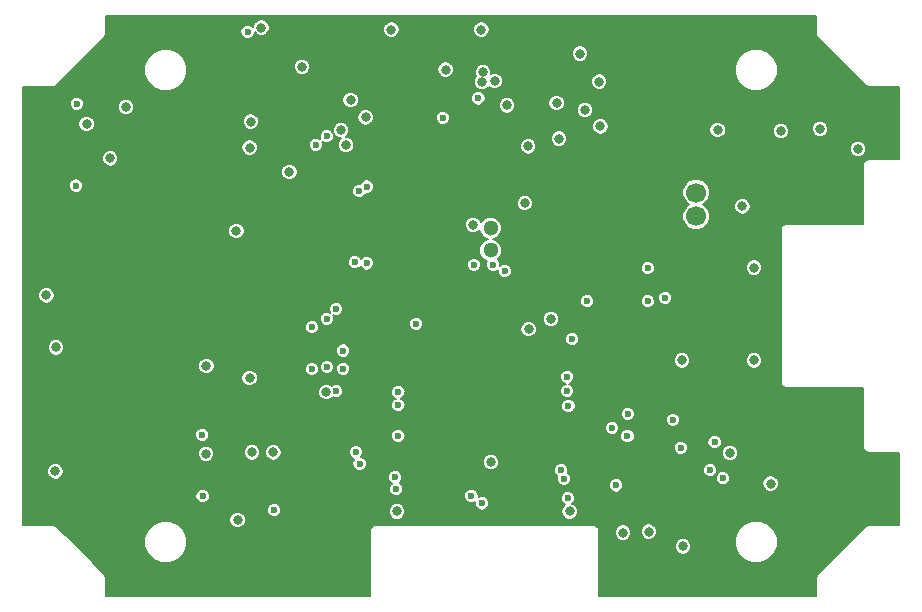
<source format=gbr>
G04 #@! TF.GenerationSoftware,KiCad,Pcbnew,(2017-11-24 revision a01d81e4b)-makepkg*
G04 #@! TF.CreationDate,2017-12-10T21:28:37-05:00*
G04 #@! TF.ProjectId,processor,70726F636573736F722E6B696361645F,rev?*
G04 #@! TF.SameCoordinates,Original*
G04 #@! TF.FileFunction,Copper,L3,Inr,Signal*
G04 #@! TF.FilePolarity,Positive*
%FSLAX46Y46*%
G04 Gerber Fmt 4.6, Leading zero omitted, Abs format (unit mm)*
G04 Created by KiCad (PCBNEW (2017-11-24 revision a01d81e4b)-makepkg) date 12/10/17 21:28:37*
%MOMM*%
%LPD*%
G01*
G04 APERTURE LIST*
%ADD10C,1.300000*%
%ADD11C,1.700000*%
%ADD12C,0.800000*%
%ADD13C,0.600000*%
%ADD14C,0.200000*%
G04 APERTURE END LIST*
D10*
X40000000Y-20300000D03*
X40000000Y-18400000D03*
D11*
X57400000Y-17400000D03*
X57400000Y-15400000D03*
D12*
X15913622Y-48673497D03*
X62400000Y-35200000D03*
X61023542Y-38923542D03*
X64500000Y-33400000D03*
X19200000Y-4000000D03*
X25200000Y-39800000D03*
X36440492Y-3106882D03*
X50700000Y-28200000D03*
X51538744Y-40531256D03*
X63809741Y-37882922D03*
X16300000Y-47600000D03*
X23546112Y-9408845D03*
X19200000Y-14200000D03*
X23841551Y-12466137D03*
X57800000Y-11600000D03*
X68827389Y-9793914D03*
X71200000Y-10200000D03*
X70000000Y-9400000D03*
X21605916Y-37392445D03*
X15912418Y-37514122D03*
X15933149Y-30078779D03*
X60280626Y-37460314D03*
X9122182Y-8164543D03*
X18472369Y-18639729D03*
X39263103Y-6029842D03*
X39346116Y-5216308D03*
X38504392Y-18124462D03*
X2400000Y-24100000D03*
X7800000Y-12500000D03*
X5800000Y-9600000D03*
X28164020Y-7567133D03*
X27759599Y-11369260D03*
X49200000Y-6000000D03*
X49300000Y-9800000D03*
X62300000Y-29600000D03*
X56200000Y-29600000D03*
X36200000Y-5000000D03*
X19800000Y-37400000D03*
X19600000Y-31100000D03*
X62300000Y-21750000D03*
X29431213Y-9023098D03*
X20600000Y-1424990D03*
X53400000Y-44100000D03*
X56300000Y-45350000D03*
X40036138Y-38224990D03*
X26100000Y-32300000D03*
X63720617Y-40036753D03*
X46695000Y-42400000D03*
X32095000Y-42400000D03*
X45110000Y-26090000D03*
X43235000Y-26965000D03*
X51200000Y-44200000D03*
X18584356Y-43120569D03*
X3200000Y-28500000D03*
X3164876Y-39007222D03*
X19700000Y-9400000D03*
X31600000Y-1600000D03*
X24050000Y-4750000D03*
X59236959Y-10098691D03*
X64600000Y-10200000D03*
X19600000Y-11600000D03*
X61310447Y-16555996D03*
X43188549Y-11494405D03*
X47579479Y-3643584D03*
X48000000Y-8400000D03*
X71100000Y-11700000D03*
X67900000Y-10000000D03*
D13*
X51595828Y-36022221D03*
X51615929Y-34151638D03*
X38595891Y-21513564D03*
X40242218Y-21495702D03*
D12*
X39227153Y-1598476D03*
D13*
X26945162Y-25251638D03*
X26943265Y-32193118D03*
X32200000Y-33400000D03*
X26136721Y-26090588D03*
X26150914Y-30162748D03*
X32200000Y-32300000D03*
X24885923Y-26792255D03*
X32012446Y-40505125D03*
X24883513Y-30343534D03*
X50653424Y-40196419D03*
X39284562Y-41717258D03*
X46532623Y-41265565D03*
X21700000Y-42300000D03*
X19427304Y-1772694D03*
X41206592Y-22070708D03*
X38976722Y-7430461D03*
X35954422Y-9068420D03*
X53300000Y-21800000D03*
X54800000Y-24300000D03*
X59672756Y-39589052D03*
X46226001Y-39613953D03*
X31922404Y-39499408D03*
X45987657Y-38902820D03*
X58600000Y-38900000D03*
X32200000Y-36000000D03*
X46500000Y-31000000D03*
X28879250Y-15274990D03*
X28500000Y-21300000D03*
X28908506Y-38360318D03*
X55455013Y-34624990D03*
X48200000Y-24600000D03*
X53300000Y-24600000D03*
X56100000Y-37000000D03*
X29521218Y-14887182D03*
X29500000Y-21400000D03*
X28603481Y-37362053D03*
X27518275Y-30324409D03*
X27526775Y-28774387D03*
X15617244Y-41121668D03*
X38386402Y-41080135D03*
X15600000Y-35900000D03*
X4964302Y-7874573D03*
X4900000Y-14800000D03*
X26125509Y-10616518D03*
X25204263Y-11359462D03*
X50316357Y-35324307D03*
X46931496Y-27819936D03*
X58965483Y-36538431D03*
X33700000Y-26500000D03*
X46600000Y-33500000D03*
X46500000Y-32200000D03*
D12*
X45786989Y-10826234D03*
X45600000Y-7800000D03*
X42900000Y-16300000D03*
X22958854Y-13641146D03*
X40346321Y-5963711D03*
X27345824Y-10119165D03*
X41387821Y-8013918D03*
D14*
G36*
X67575000Y-2000000D02*
X67597303Y-2112123D01*
X67607351Y-2162641D01*
X67699480Y-2300520D01*
X71699479Y-6300520D01*
X71788065Y-6359711D01*
X71837360Y-6392649D01*
X72000000Y-6425000D01*
X74575000Y-6425000D01*
X74575000Y-12575000D01*
X72000000Y-12575000D01*
X71837360Y-12607351D01*
X71699480Y-12699480D01*
X71607351Y-12837360D01*
X71575000Y-13000000D01*
X71575000Y-18075000D01*
X65000000Y-18075000D01*
X64837360Y-18107351D01*
X64699480Y-18199480D01*
X64607351Y-18337360D01*
X64575000Y-18500000D01*
X64575000Y-31500000D01*
X64607351Y-31662640D01*
X64699480Y-31800520D01*
X64837360Y-31892649D01*
X65000000Y-31925000D01*
X71575000Y-31925000D01*
X71575000Y-37000000D01*
X71607351Y-37162640D01*
X71699480Y-37300520D01*
X71837360Y-37392649D01*
X72000000Y-37425000D01*
X74575000Y-37425000D01*
X74575000Y-43575000D01*
X72000000Y-43575000D01*
X71837360Y-43607351D01*
X71837358Y-43607352D01*
X71837359Y-43607352D01*
X71699479Y-43699480D01*
X67699480Y-47699480D01*
X67607351Y-47837359D01*
X67607351Y-47837360D01*
X67575000Y-48000000D01*
X67575000Y-49575000D01*
X49175000Y-49575000D01*
X49175000Y-45488628D01*
X55599879Y-45488628D01*
X55706223Y-45746000D01*
X55902964Y-45943085D01*
X56160150Y-46049878D01*
X56438628Y-46050121D01*
X56696000Y-45943777D01*
X56893085Y-45747036D01*
X56999878Y-45489850D01*
X56999994Y-45356471D01*
X60699688Y-45356471D01*
X60973145Y-46018286D01*
X61479051Y-46525076D01*
X62140387Y-46799687D01*
X62856471Y-46800312D01*
X63518286Y-46526855D01*
X64025076Y-46020949D01*
X64299687Y-45359613D01*
X64300312Y-44643529D01*
X64026855Y-43981714D01*
X63520949Y-43474924D01*
X62859613Y-43200313D01*
X62143529Y-43199688D01*
X61481714Y-43473145D01*
X60974924Y-43979051D01*
X60700313Y-44640387D01*
X60699688Y-45356471D01*
X56999994Y-45356471D01*
X57000121Y-45211372D01*
X56893777Y-44954000D01*
X56697036Y-44756915D01*
X56439850Y-44650122D01*
X56161372Y-44649879D01*
X55904000Y-44756223D01*
X55706915Y-44952964D01*
X55600122Y-45210150D01*
X55599879Y-45488628D01*
X49175000Y-45488628D01*
X49175000Y-44338628D01*
X50499879Y-44338628D01*
X50606223Y-44596000D01*
X50802964Y-44793085D01*
X51060150Y-44899878D01*
X51338628Y-44900121D01*
X51596000Y-44793777D01*
X51793085Y-44597036D01*
X51899878Y-44339850D01*
X51899966Y-44238628D01*
X52699879Y-44238628D01*
X52806223Y-44496000D01*
X53002964Y-44693085D01*
X53260150Y-44799878D01*
X53538628Y-44800121D01*
X53796000Y-44693777D01*
X53993085Y-44497036D01*
X54099878Y-44239850D01*
X54100121Y-43961372D01*
X53993777Y-43704000D01*
X53797036Y-43506915D01*
X53539850Y-43400122D01*
X53261372Y-43399879D01*
X53004000Y-43506223D01*
X52806915Y-43702964D01*
X52700122Y-43960150D01*
X52699879Y-44238628D01*
X51899966Y-44238628D01*
X51900121Y-44061372D01*
X51793777Y-43804000D01*
X51597036Y-43606915D01*
X51339850Y-43500122D01*
X51061372Y-43499879D01*
X50804000Y-43606223D01*
X50606915Y-43802964D01*
X50500122Y-44060150D01*
X50499879Y-44338628D01*
X49175000Y-44338628D01*
X49175000Y-44000000D01*
X49142649Y-43837360D01*
X49050520Y-43699480D01*
X48912640Y-43607351D01*
X48750000Y-43575000D01*
X30250000Y-43575000D01*
X30087360Y-43607351D01*
X29949480Y-43699480D01*
X29857351Y-43837360D01*
X29825000Y-44000000D01*
X29825000Y-49575000D01*
X7427000Y-49575000D01*
X7427000Y-48000000D01*
X7394497Y-47836594D01*
X7301935Y-47698065D01*
X7293409Y-47692368D01*
X4957512Y-45356471D01*
X10699688Y-45356471D01*
X10973145Y-46018286D01*
X11479051Y-46525076D01*
X12140387Y-46799687D01*
X12856471Y-46800312D01*
X13518286Y-46526855D01*
X14025076Y-46020949D01*
X14299687Y-45359613D01*
X14300312Y-44643529D01*
X14026855Y-43981714D01*
X13520949Y-43474924D01*
X13001422Y-43259197D01*
X17884235Y-43259197D01*
X17990579Y-43516569D01*
X18187320Y-43713654D01*
X18444506Y-43820447D01*
X18722984Y-43820690D01*
X18980356Y-43714346D01*
X19177441Y-43517605D01*
X19284234Y-43260419D01*
X19284477Y-42981941D01*
X19178133Y-42724569D01*
X18981392Y-42527484D01*
X18724206Y-42420691D01*
X18445728Y-42420448D01*
X18188356Y-42526792D01*
X17991271Y-42723533D01*
X17884478Y-42980719D01*
X17884235Y-43259197D01*
X13001422Y-43259197D01*
X12859613Y-43200313D01*
X12143529Y-43199688D01*
X11481714Y-43473145D01*
X10974924Y-43979051D01*
X10700313Y-44640387D01*
X10699688Y-45356471D01*
X4957512Y-45356471D01*
X3307634Y-43706594D01*
X3301935Y-43698065D01*
X3163406Y-43605503D01*
X3000000Y-43573000D01*
X427000Y-43573000D01*
X427000Y-42418824D01*
X21099896Y-42418824D01*
X21191048Y-42639429D01*
X21359683Y-42808359D01*
X21580129Y-42899896D01*
X21818824Y-42900104D01*
X22039429Y-42808952D01*
X22208359Y-42640317D01*
X22250583Y-42538628D01*
X31394879Y-42538628D01*
X31501223Y-42796000D01*
X31697964Y-42993085D01*
X31955150Y-43099878D01*
X32233628Y-43100121D01*
X32491000Y-42993777D01*
X32688085Y-42797036D01*
X32794878Y-42539850D01*
X32795121Y-42261372D01*
X32688777Y-42004000D01*
X32492036Y-41806915D01*
X32234850Y-41700122D01*
X31956372Y-41699879D01*
X31699000Y-41806223D01*
X31501915Y-42002964D01*
X31395122Y-42260150D01*
X31394879Y-42538628D01*
X22250583Y-42538628D01*
X22299896Y-42419871D01*
X22300104Y-42181176D01*
X22208952Y-41960571D01*
X22040317Y-41791641D01*
X21819871Y-41700104D01*
X21581176Y-41699896D01*
X21360571Y-41791048D01*
X21191641Y-41959683D01*
X21100104Y-42180129D01*
X21099896Y-42418824D01*
X427000Y-42418824D01*
X427000Y-41240492D01*
X15017140Y-41240492D01*
X15108292Y-41461097D01*
X15276927Y-41630027D01*
X15497373Y-41721564D01*
X15736068Y-41721772D01*
X15956673Y-41630620D01*
X16125603Y-41461985D01*
X16217140Y-41241539D01*
X16217177Y-41198959D01*
X37786298Y-41198959D01*
X37877450Y-41419564D01*
X38046085Y-41588494D01*
X38266531Y-41680031D01*
X38505226Y-41680239D01*
X38684658Y-41606099D01*
X38684458Y-41836082D01*
X38775610Y-42056687D01*
X38944245Y-42225617D01*
X39164691Y-42317154D01*
X39403386Y-42317362D01*
X39623991Y-42226210D01*
X39792921Y-42057575D01*
X39884458Y-41837129D01*
X39884666Y-41598434D01*
X39796225Y-41384389D01*
X45932519Y-41384389D01*
X46023671Y-41604994D01*
X46192306Y-41773924D01*
X46290507Y-41814701D01*
X46101915Y-42002964D01*
X45995122Y-42260150D01*
X45994879Y-42538628D01*
X46101223Y-42796000D01*
X46297964Y-42993085D01*
X46555150Y-43099878D01*
X46833628Y-43100121D01*
X47091000Y-42993777D01*
X47288085Y-42797036D01*
X47394878Y-42539850D01*
X47395121Y-42261372D01*
X47288777Y-42004000D01*
X47092036Y-41806915D01*
X46913755Y-41732886D01*
X47040982Y-41605882D01*
X47132519Y-41385436D01*
X47132727Y-41146741D01*
X47041575Y-40926136D01*
X46872940Y-40757206D01*
X46652494Y-40665669D01*
X46413799Y-40665461D01*
X46193194Y-40756613D01*
X46024264Y-40925248D01*
X45932727Y-41145694D01*
X45932519Y-41384389D01*
X39796225Y-41384389D01*
X39793514Y-41377829D01*
X39624879Y-41208899D01*
X39404433Y-41117362D01*
X39165738Y-41117154D01*
X38986306Y-41191294D01*
X38986506Y-40961311D01*
X38895354Y-40740706D01*
X38726719Y-40571776D01*
X38506273Y-40480239D01*
X38267578Y-40480031D01*
X38046973Y-40571183D01*
X37878043Y-40739818D01*
X37786506Y-40960264D01*
X37786298Y-41198959D01*
X16217177Y-41198959D01*
X16217348Y-41002844D01*
X16126196Y-40782239D01*
X15957561Y-40613309D01*
X15737115Y-40521772D01*
X15498420Y-40521564D01*
X15277815Y-40612716D01*
X15108885Y-40781351D01*
X15017348Y-41001797D01*
X15017140Y-41240492D01*
X427000Y-41240492D01*
X427000Y-39145850D01*
X2464755Y-39145850D01*
X2571099Y-39403222D01*
X2767840Y-39600307D01*
X3025026Y-39707100D01*
X3303504Y-39707343D01*
X3519168Y-39618232D01*
X31322300Y-39618232D01*
X31413452Y-39838837D01*
X31582087Y-40007767D01*
X31638102Y-40031027D01*
X31504087Y-40164808D01*
X31412550Y-40385254D01*
X31412342Y-40623949D01*
X31503494Y-40844554D01*
X31672129Y-41013484D01*
X31892575Y-41105021D01*
X32131270Y-41105229D01*
X32351875Y-41014077D01*
X32520805Y-40845442D01*
X32612342Y-40624996D01*
X32612550Y-40386301D01*
X32583190Y-40315243D01*
X50053320Y-40315243D01*
X50144472Y-40535848D01*
X50313107Y-40704778D01*
X50533553Y-40796315D01*
X50772248Y-40796523D01*
X50992853Y-40705371D01*
X51161783Y-40536736D01*
X51253320Y-40316290D01*
X51253528Y-40077595D01*
X51162376Y-39856990D01*
X51013523Y-39707876D01*
X59072652Y-39707876D01*
X59163804Y-39928481D01*
X59332439Y-40097411D01*
X59552885Y-40188948D01*
X59791580Y-40189156D01*
X59824918Y-40175381D01*
X63020496Y-40175381D01*
X63126840Y-40432753D01*
X63323581Y-40629838D01*
X63580767Y-40736631D01*
X63859245Y-40736874D01*
X64116617Y-40630530D01*
X64313702Y-40433789D01*
X64420495Y-40176603D01*
X64420738Y-39898125D01*
X64314394Y-39640753D01*
X64117653Y-39443668D01*
X63860467Y-39336875D01*
X63581989Y-39336632D01*
X63324617Y-39442976D01*
X63127532Y-39639717D01*
X63020739Y-39896903D01*
X63020496Y-40175381D01*
X59824918Y-40175381D01*
X60012185Y-40098004D01*
X60181115Y-39929369D01*
X60272652Y-39708923D01*
X60272860Y-39470228D01*
X60181708Y-39249623D01*
X60013073Y-39080693D01*
X59792627Y-38989156D01*
X59553932Y-38988948D01*
X59333327Y-39080100D01*
X59164397Y-39248735D01*
X59072860Y-39469181D01*
X59072652Y-39707876D01*
X51013523Y-39707876D01*
X50993741Y-39688060D01*
X50773295Y-39596523D01*
X50534600Y-39596315D01*
X50313995Y-39687467D01*
X50145065Y-39856102D01*
X50053528Y-40076548D01*
X50053320Y-40315243D01*
X32583190Y-40315243D01*
X32521398Y-40165696D01*
X32352763Y-39996766D01*
X32296748Y-39973506D01*
X32430763Y-39839725D01*
X32522300Y-39619279D01*
X32522508Y-39380584D01*
X32431356Y-39159979D01*
X32293263Y-39021644D01*
X45387553Y-39021644D01*
X45478705Y-39242249D01*
X45647340Y-39411179D01*
X45658590Y-39415850D01*
X45626105Y-39494082D01*
X45625897Y-39732777D01*
X45717049Y-39953382D01*
X45885684Y-40122312D01*
X46106130Y-40213849D01*
X46344825Y-40214057D01*
X46565430Y-40122905D01*
X46734360Y-39954270D01*
X46825897Y-39733824D01*
X46826105Y-39495129D01*
X46734953Y-39274524D01*
X46566318Y-39105594D01*
X46555068Y-39100923D01*
X46587553Y-39022691D01*
X46587556Y-39018824D01*
X57999896Y-39018824D01*
X58091048Y-39239429D01*
X58259683Y-39408359D01*
X58480129Y-39499896D01*
X58718824Y-39500104D01*
X58939429Y-39408952D01*
X59108359Y-39240317D01*
X59199896Y-39019871D01*
X59200104Y-38781176D01*
X59108952Y-38560571D01*
X58940317Y-38391641D01*
X58719871Y-38300104D01*
X58481176Y-38299896D01*
X58260571Y-38391048D01*
X58091641Y-38559683D01*
X58000104Y-38780129D01*
X57999896Y-39018824D01*
X46587556Y-39018824D01*
X46587761Y-38783996D01*
X46496609Y-38563391D01*
X46327974Y-38394461D01*
X46107528Y-38302924D01*
X45868833Y-38302716D01*
X45648228Y-38393868D01*
X45479298Y-38562503D01*
X45387761Y-38782949D01*
X45387553Y-39021644D01*
X32293263Y-39021644D01*
X32262721Y-38991049D01*
X32042275Y-38899512D01*
X31803580Y-38899304D01*
X31582975Y-38990456D01*
X31414045Y-39159091D01*
X31322508Y-39379537D01*
X31322300Y-39618232D01*
X3519168Y-39618232D01*
X3560876Y-39600999D01*
X3757961Y-39404258D01*
X3864754Y-39147072D01*
X3864997Y-38868594D01*
X3758653Y-38611222D01*
X3561912Y-38414137D01*
X3304726Y-38307344D01*
X3026248Y-38307101D01*
X2768876Y-38413445D01*
X2571791Y-38610186D01*
X2464998Y-38867372D01*
X2464755Y-39145850D01*
X427000Y-39145850D01*
X427000Y-37652750D01*
X15212297Y-37652750D01*
X15318641Y-37910122D01*
X15515382Y-38107207D01*
X15772568Y-38214000D01*
X16051046Y-38214243D01*
X16308418Y-38107899D01*
X16505503Y-37911158D01*
X16612296Y-37653972D01*
X16612396Y-37538628D01*
X19099879Y-37538628D01*
X19206223Y-37796000D01*
X19402964Y-37993085D01*
X19660150Y-38099878D01*
X19938628Y-38100121D01*
X20196000Y-37993777D01*
X20393085Y-37797036D01*
X20499878Y-37539850D01*
X20499885Y-37531073D01*
X20905795Y-37531073D01*
X21012139Y-37788445D01*
X21208880Y-37985530D01*
X21466066Y-38092323D01*
X21744544Y-38092566D01*
X22001916Y-37986222D01*
X22199001Y-37789481D01*
X22305794Y-37532295D01*
X22305838Y-37480877D01*
X28003377Y-37480877D01*
X28094529Y-37701482D01*
X28263164Y-37870412D01*
X28465736Y-37954527D01*
X28400147Y-38020001D01*
X28308610Y-38240447D01*
X28308402Y-38479142D01*
X28399554Y-38699747D01*
X28568189Y-38868677D01*
X28788635Y-38960214D01*
X29027330Y-38960422D01*
X29247935Y-38869270D01*
X29416865Y-38700635D01*
X29508402Y-38480189D01*
X29508503Y-38363618D01*
X39336017Y-38363618D01*
X39442361Y-38620990D01*
X39639102Y-38818075D01*
X39896288Y-38924868D01*
X40174766Y-38925111D01*
X40432138Y-38818767D01*
X40629223Y-38622026D01*
X40736016Y-38364840D01*
X40736259Y-38086362D01*
X40629915Y-37828990D01*
X40433174Y-37631905D01*
X40175988Y-37525112D01*
X39897510Y-37524869D01*
X39640138Y-37631213D01*
X39443053Y-37827954D01*
X39336260Y-38085140D01*
X39336017Y-38363618D01*
X29508503Y-38363618D01*
X29508610Y-38241494D01*
X29417458Y-38020889D01*
X29248823Y-37851959D01*
X29046251Y-37767844D01*
X29111840Y-37702370D01*
X29203377Y-37481924D01*
X29203585Y-37243229D01*
X29152182Y-37118824D01*
X55499896Y-37118824D01*
X55591048Y-37339429D01*
X55759683Y-37508359D01*
X55980129Y-37599896D01*
X56218824Y-37600104D01*
X56221636Y-37598942D01*
X59580505Y-37598942D01*
X59686849Y-37856314D01*
X59883590Y-38053399D01*
X60140776Y-38160192D01*
X60419254Y-38160435D01*
X60676626Y-38054091D01*
X60873711Y-37857350D01*
X60980504Y-37600164D01*
X60980747Y-37321686D01*
X60874403Y-37064314D01*
X60677662Y-36867229D01*
X60420476Y-36760436D01*
X60141998Y-36760193D01*
X59884626Y-36866537D01*
X59687541Y-37063278D01*
X59580748Y-37320464D01*
X59580505Y-37598942D01*
X56221636Y-37598942D01*
X56439429Y-37508952D01*
X56608359Y-37340317D01*
X56699896Y-37119871D01*
X56700104Y-36881176D01*
X56608952Y-36660571D01*
X56605642Y-36657255D01*
X58365379Y-36657255D01*
X58456531Y-36877860D01*
X58625166Y-37046790D01*
X58845612Y-37138327D01*
X59084307Y-37138535D01*
X59304912Y-37047383D01*
X59473842Y-36878748D01*
X59565379Y-36658302D01*
X59565587Y-36419607D01*
X59474435Y-36199002D01*
X59305800Y-36030072D01*
X59085354Y-35938535D01*
X58846659Y-35938327D01*
X58626054Y-36029479D01*
X58457124Y-36198114D01*
X58365587Y-36418560D01*
X58365379Y-36657255D01*
X56605642Y-36657255D01*
X56440317Y-36491641D01*
X56219871Y-36400104D01*
X55981176Y-36399896D01*
X55760571Y-36491048D01*
X55591641Y-36659683D01*
X55500104Y-36880129D01*
X55499896Y-37118824D01*
X29152182Y-37118824D01*
X29112433Y-37022624D01*
X28943798Y-36853694D01*
X28723352Y-36762157D01*
X28484657Y-36761949D01*
X28264052Y-36853101D01*
X28095122Y-37021736D01*
X28003585Y-37242182D01*
X28003377Y-37480877D01*
X22305838Y-37480877D01*
X22306037Y-37253817D01*
X22199693Y-36996445D01*
X22002952Y-36799360D01*
X21745766Y-36692567D01*
X21467288Y-36692324D01*
X21209916Y-36798668D01*
X21012831Y-36995409D01*
X20906038Y-37252595D01*
X20905795Y-37531073D01*
X20499885Y-37531073D01*
X20500121Y-37261372D01*
X20393777Y-37004000D01*
X20197036Y-36806915D01*
X19939850Y-36700122D01*
X19661372Y-36699879D01*
X19404000Y-36806223D01*
X19206915Y-37002964D01*
X19100122Y-37260150D01*
X19099879Y-37538628D01*
X16612396Y-37538628D01*
X16612539Y-37375494D01*
X16506195Y-37118122D01*
X16309454Y-36921037D01*
X16052268Y-36814244D01*
X15773790Y-36814001D01*
X15516418Y-36920345D01*
X15319333Y-37117086D01*
X15212540Y-37374272D01*
X15212297Y-37652750D01*
X427000Y-37652750D01*
X427000Y-36018824D01*
X14999896Y-36018824D01*
X15091048Y-36239429D01*
X15259683Y-36408359D01*
X15480129Y-36499896D01*
X15718824Y-36500104D01*
X15939429Y-36408952D01*
X16108359Y-36240317D01*
X16158807Y-36118824D01*
X31599896Y-36118824D01*
X31691048Y-36339429D01*
X31859683Y-36508359D01*
X32080129Y-36599896D01*
X32318824Y-36600104D01*
X32539429Y-36508952D01*
X32708359Y-36340317D01*
X32791103Y-36141045D01*
X50995724Y-36141045D01*
X51086876Y-36361650D01*
X51255511Y-36530580D01*
X51475957Y-36622117D01*
X51714652Y-36622325D01*
X51935257Y-36531173D01*
X52104187Y-36362538D01*
X52195724Y-36142092D01*
X52195932Y-35903397D01*
X52104780Y-35682792D01*
X51936145Y-35513862D01*
X51715699Y-35422325D01*
X51477004Y-35422117D01*
X51256399Y-35513269D01*
X51087469Y-35681904D01*
X50995932Y-35902350D01*
X50995724Y-36141045D01*
X32791103Y-36141045D01*
X32799896Y-36119871D01*
X32800104Y-35881176D01*
X32708952Y-35660571D01*
X32540317Y-35491641D01*
X32423492Y-35443131D01*
X49716253Y-35443131D01*
X49807405Y-35663736D01*
X49976040Y-35832666D01*
X50196486Y-35924203D01*
X50435181Y-35924411D01*
X50655786Y-35833259D01*
X50824716Y-35664624D01*
X50916253Y-35444178D01*
X50916461Y-35205483D01*
X50825309Y-34984878D01*
X50656674Y-34815948D01*
X50436228Y-34724411D01*
X50197533Y-34724203D01*
X49976928Y-34815355D01*
X49807998Y-34983990D01*
X49716461Y-35204436D01*
X49716253Y-35443131D01*
X32423492Y-35443131D01*
X32319871Y-35400104D01*
X32081176Y-35399896D01*
X31860571Y-35491048D01*
X31691641Y-35659683D01*
X31600104Y-35880129D01*
X31599896Y-36118824D01*
X16158807Y-36118824D01*
X16199896Y-36019871D01*
X16200104Y-35781176D01*
X16108952Y-35560571D01*
X15940317Y-35391641D01*
X15719871Y-35300104D01*
X15481176Y-35299896D01*
X15260571Y-35391048D01*
X15091641Y-35559683D01*
X15000104Y-35780129D01*
X14999896Y-36018824D01*
X427000Y-36018824D01*
X427000Y-34270462D01*
X51015825Y-34270462D01*
X51106977Y-34491067D01*
X51275612Y-34659997D01*
X51496058Y-34751534D01*
X51734753Y-34751742D01*
X51753940Y-34743814D01*
X54854909Y-34743814D01*
X54946061Y-34964419D01*
X55114696Y-35133349D01*
X55335142Y-35224886D01*
X55573837Y-35225094D01*
X55794442Y-35133942D01*
X55963372Y-34965307D01*
X56054909Y-34744861D01*
X56055117Y-34506166D01*
X55963965Y-34285561D01*
X55795330Y-34116631D01*
X55574884Y-34025094D01*
X55336189Y-34024886D01*
X55115584Y-34116038D01*
X54946654Y-34284673D01*
X54855117Y-34505119D01*
X54854909Y-34743814D01*
X51753940Y-34743814D01*
X51955358Y-34660590D01*
X52124288Y-34491955D01*
X52215825Y-34271509D01*
X52216033Y-34032814D01*
X52124881Y-33812209D01*
X51956246Y-33643279D01*
X51735800Y-33551742D01*
X51497105Y-33551534D01*
X51276500Y-33642686D01*
X51107570Y-33811321D01*
X51016033Y-34031767D01*
X51015825Y-34270462D01*
X427000Y-34270462D01*
X427000Y-32438628D01*
X25399879Y-32438628D01*
X25506223Y-32696000D01*
X25702964Y-32893085D01*
X25960150Y-32999878D01*
X26238628Y-33000121D01*
X26496000Y-32893777D01*
X26663464Y-32726605D01*
X26823394Y-32793014D01*
X27062089Y-32793222D01*
X27282694Y-32702070D01*
X27451624Y-32533435D01*
X27499214Y-32418824D01*
X31599896Y-32418824D01*
X31691048Y-32639429D01*
X31859683Y-32808359D01*
X31959940Y-32849989D01*
X31860571Y-32891048D01*
X31691641Y-33059683D01*
X31600104Y-33280129D01*
X31599896Y-33518824D01*
X31691048Y-33739429D01*
X31859683Y-33908359D01*
X32080129Y-33999896D01*
X32318824Y-34000104D01*
X32539429Y-33908952D01*
X32708359Y-33740317D01*
X32758807Y-33618824D01*
X45999896Y-33618824D01*
X46091048Y-33839429D01*
X46259683Y-34008359D01*
X46480129Y-34099896D01*
X46718824Y-34100104D01*
X46939429Y-34008952D01*
X47108359Y-33840317D01*
X47199896Y-33619871D01*
X47200104Y-33381176D01*
X47108952Y-33160571D01*
X46940317Y-32991641D01*
X46719871Y-32900104D01*
X46481176Y-32899896D01*
X46260571Y-32991048D01*
X46091641Y-33159683D01*
X46000104Y-33380129D01*
X45999896Y-33618824D01*
X32758807Y-33618824D01*
X32799896Y-33519871D01*
X32800104Y-33281176D01*
X32708952Y-33060571D01*
X32540317Y-32891641D01*
X32440060Y-32850011D01*
X32539429Y-32808952D01*
X32708359Y-32640317D01*
X32799896Y-32419871D01*
X32800104Y-32181176D01*
X32708952Y-31960571D01*
X32540317Y-31791641D01*
X32319871Y-31700104D01*
X32081176Y-31699896D01*
X31860571Y-31791048D01*
X31691641Y-31959683D01*
X31600104Y-32180129D01*
X31599896Y-32418824D01*
X27499214Y-32418824D01*
X27543161Y-32312989D01*
X27543369Y-32074294D01*
X27452217Y-31853689D01*
X27283582Y-31684759D01*
X27063136Y-31593222D01*
X26824441Y-31593014D01*
X26603836Y-31684166D01*
X26538968Y-31748921D01*
X26497036Y-31706915D01*
X26239850Y-31600122D01*
X25961372Y-31599879D01*
X25704000Y-31706223D01*
X25506915Y-31902964D01*
X25400122Y-32160150D01*
X25399879Y-32438628D01*
X427000Y-32438628D01*
X427000Y-31238628D01*
X18899879Y-31238628D01*
X19006223Y-31496000D01*
X19202964Y-31693085D01*
X19460150Y-31799878D01*
X19738628Y-31800121D01*
X19996000Y-31693777D01*
X20193085Y-31497036D01*
X20299878Y-31239850D01*
X20299983Y-31118824D01*
X45899896Y-31118824D01*
X45991048Y-31339429D01*
X46159683Y-31508359D01*
X46380129Y-31599896D01*
X46381174Y-31599897D01*
X46160571Y-31691048D01*
X45991641Y-31859683D01*
X45900104Y-32080129D01*
X45899896Y-32318824D01*
X45991048Y-32539429D01*
X46159683Y-32708359D01*
X46380129Y-32799896D01*
X46618824Y-32800104D01*
X46839429Y-32708952D01*
X47008359Y-32540317D01*
X47099896Y-32319871D01*
X47100104Y-32081176D01*
X47008952Y-31860571D01*
X46840317Y-31691641D01*
X46619871Y-31600104D01*
X46618826Y-31600103D01*
X46839429Y-31508952D01*
X47008359Y-31340317D01*
X47099896Y-31119871D01*
X47100104Y-30881176D01*
X47008952Y-30660571D01*
X46840317Y-30491641D01*
X46619871Y-30400104D01*
X46381176Y-30399896D01*
X46160571Y-30491048D01*
X45991641Y-30659683D01*
X45900104Y-30880129D01*
X45899896Y-31118824D01*
X20299983Y-31118824D01*
X20300121Y-30961372D01*
X20193777Y-30704000D01*
X19997036Y-30506915D01*
X19889731Y-30462358D01*
X24283409Y-30462358D01*
X24374561Y-30682963D01*
X24543196Y-30851893D01*
X24763642Y-30943430D01*
X25002337Y-30943638D01*
X25222942Y-30852486D01*
X25391872Y-30683851D01*
X25483409Y-30463405D01*
X25483567Y-30281572D01*
X25550810Y-30281572D01*
X25641962Y-30502177D01*
X25810597Y-30671107D01*
X26031043Y-30762644D01*
X26269738Y-30762852D01*
X26490343Y-30671700D01*
X26659273Y-30503065D01*
X26684117Y-30443233D01*
X26918171Y-30443233D01*
X27009323Y-30663838D01*
X27177958Y-30832768D01*
X27398404Y-30924305D01*
X27637099Y-30924513D01*
X27857704Y-30833361D01*
X28026634Y-30664726D01*
X28118171Y-30444280D01*
X28118379Y-30205585D01*
X28027227Y-29984980D01*
X27858592Y-29816050D01*
X27672139Y-29738628D01*
X55499879Y-29738628D01*
X55606223Y-29996000D01*
X55802964Y-30193085D01*
X56060150Y-30299878D01*
X56338628Y-30300121D01*
X56596000Y-30193777D01*
X56793085Y-29997036D01*
X56899878Y-29739850D01*
X56899879Y-29738628D01*
X61599879Y-29738628D01*
X61706223Y-29996000D01*
X61902964Y-30193085D01*
X62160150Y-30299878D01*
X62438628Y-30300121D01*
X62696000Y-30193777D01*
X62893085Y-29997036D01*
X62999878Y-29739850D01*
X63000121Y-29461372D01*
X62893777Y-29204000D01*
X62697036Y-29006915D01*
X62439850Y-28900122D01*
X62161372Y-28899879D01*
X61904000Y-29006223D01*
X61706915Y-29202964D01*
X61600122Y-29460150D01*
X61599879Y-29738628D01*
X56899879Y-29738628D01*
X56900121Y-29461372D01*
X56793777Y-29204000D01*
X56597036Y-29006915D01*
X56339850Y-28900122D01*
X56061372Y-28899879D01*
X55804000Y-29006223D01*
X55606915Y-29202964D01*
X55500122Y-29460150D01*
X55499879Y-29738628D01*
X27672139Y-29738628D01*
X27638146Y-29724513D01*
X27399451Y-29724305D01*
X27178846Y-29815457D01*
X27009916Y-29984092D01*
X26918379Y-30204538D01*
X26918171Y-30443233D01*
X26684117Y-30443233D01*
X26750810Y-30282619D01*
X26751018Y-30043924D01*
X26659866Y-29823319D01*
X26491231Y-29654389D01*
X26270785Y-29562852D01*
X26032090Y-29562644D01*
X25811485Y-29653796D01*
X25642555Y-29822431D01*
X25551018Y-30042877D01*
X25550810Y-30281572D01*
X25483567Y-30281572D01*
X25483617Y-30224710D01*
X25392465Y-30004105D01*
X25223830Y-29835175D01*
X25003384Y-29743638D01*
X24764689Y-29743430D01*
X24544084Y-29834582D01*
X24375154Y-30003217D01*
X24283617Y-30223663D01*
X24283409Y-30462358D01*
X19889731Y-30462358D01*
X19739850Y-30400122D01*
X19461372Y-30399879D01*
X19204000Y-30506223D01*
X19006915Y-30702964D01*
X18900122Y-30960150D01*
X18899879Y-31238628D01*
X427000Y-31238628D01*
X427000Y-30217407D01*
X15233028Y-30217407D01*
X15339372Y-30474779D01*
X15536113Y-30671864D01*
X15793299Y-30778657D01*
X16071777Y-30778900D01*
X16329149Y-30672556D01*
X16526234Y-30475815D01*
X16633027Y-30218629D01*
X16633270Y-29940151D01*
X16526926Y-29682779D01*
X16330185Y-29485694D01*
X16072999Y-29378901D01*
X15794521Y-29378658D01*
X15537149Y-29485002D01*
X15340064Y-29681743D01*
X15233271Y-29938929D01*
X15233028Y-30217407D01*
X427000Y-30217407D01*
X427000Y-28638628D01*
X2499879Y-28638628D01*
X2606223Y-28896000D01*
X2802964Y-29093085D01*
X3060150Y-29199878D01*
X3338628Y-29200121D01*
X3596000Y-29093777D01*
X3793085Y-28897036D01*
X3794673Y-28893211D01*
X26926671Y-28893211D01*
X27017823Y-29113816D01*
X27186458Y-29282746D01*
X27406904Y-29374283D01*
X27645599Y-29374491D01*
X27866204Y-29283339D01*
X28035134Y-29114704D01*
X28126671Y-28894258D01*
X28126879Y-28655563D01*
X28035727Y-28434958D01*
X27867092Y-28266028D01*
X27646646Y-28174491D01*
X27407951Y-28174283D01*
X27187346Y-28265435D01*
X27018416Y-28434070D01*
X26926879Y-28654516D01*
X26926671Y-28893211D01*
X3794673Y-28893211D01*
X3899878Y-28639850D01*
X3900121Y-28361372D01*
X3793777Y-28104000D01*
X3628826Y-27938760D01*
X46331392Y-27938760D01*
X46422544Y-28159365D01*
X46591179Y-28328295D01*
X46811625Y-28419832D01*
X47050320Y-28420040D01*
X47270925Y-28328888D01*
X47439855Y-28160253D01*
X47531392Y-27939807D01*
X47531600Y-27701112D01*
X47440448Y-27480507D01*
X47271813Y-27311577D01*
X47051367Y-27220040D01*
X46812672Y-27219832D01*
X46592067Y-27310984D01*
X46423137Y-27479619D01*
X46331600Y-27700065D01*
X46331392Y-27938760D01*
X3628826Y-27938760D01*
X3597036Y-27906915D01*
X3339850Y-27800122D01*
X3061372Y-27799879D01*
X2804000Y-27906223D01*
X2606915Y-28102964D01*
X2500122Y-28360150D01*
X2499879Y-28638628D01*
X427000Y-28638628D01*
X427000Y-26911079D01*
X24285819Y-26911079D01*
X24376971Y-27131684D01*
X24545606Y-27300614D01*
X24766052Y-27392151D01*
X25004747Y-27392359D01*
X25225352Y-27301207D01*
X25394282Y-27132572D01*
X25406300Y-27103628D01*
X42534879Y-27103628D01*
X42641223Y-27361000D01*
X42837964Y-27558085D01*
X43095150Y-27664878D01*
X43373628Y-27665121D01*
X43631000Y-27558777D01*
X43828085Y-27362036D01*
X43934878Y-27104850D01*
X43935121Y-26826372D01*
X43828777Y-26569000D01*
X43632036Y-26371915D01*
X43374850Y-26265122D01*
X43096372Y-26264879D01*
X42839000Y-26371223D01*
X42641915Y-26567964D01*
X42535122Y-26825150D01*
X42534879Y-27103628D01*
X25406300Y-27103628D01*
X25485819Y-26912126D01*
X25486027Y-26673431D01*
X25394875Y-26452826D01*
X25226240Y-26283896D01*
X25046863Y-26209412D01*
X25536617Y-26209412D01*
X25627769Y-26430017D01*
X25796404Y-26598947D01*
X26016850Y-26690484D01*
X26255545Y-26690692D01*
X26429479Y-26618824D01*
X33099896Y-26618824D01*
X33191048Y-26839429D01*
X33359683Y-27008359D01*
X33580129Y-27099896D01*
X33818824Y-27100104D01*
X34039429Y-27008952D01*
X34208359Y-26840317D01*
X34299896Y-26619871D01*
X34300104Y-26381176D01*
X34237073Y-26228628D01*
X44409879Y-26228628D01*
X44516223Y-26486000D01*
X44712964Y-26683085D01*
X44970150Y-26789878D01*
X45248628Y-26790121D01*
X45506000Y-26683777D01*
X45703085Y-26487036D01*
X45809878Y-26229850D01*
X45810121Y-25951372D01*
X45703777Y-25694000D01*
X45507036Y-25496915D01*
X45249850Y-25390122D01*
X44971372Y-25389879D01*
X44714000Y-25496223D01*
X44516915Y-25692964D01*
X44410122Y-25950150D01*
X44409879Y-26228628D01*
X34237073Y-26228628D01*
X34208952Y-26160571D01*
X34040317Y-25991641D01*
X33819871Y-25900104D01*
X33581176Y-25899896D01*
X33360571Y-25991048D01*
X33191641Y-26159683D01*
X33100104Y-26380129D01*
X33099896Y-26618824D01*
X26429479Y-26618824D01*
X26476150Y-26599540D01*
X26645080Y-26430905D01*
X26736617Y-26210459D01*
X26736825Y-25971764D01*
X26658537Y-25782292D01*
X26825291Y-25851534D01*
X27063986Y-25851742D01*
X27284591Y-25760590D01*
X27453521Y-25591955D01*
X27545058Y-25371509D01*
X27545266Y-25132814D01*
X27454114Y-24912209D01*
X27285479Y-24743279D01*
X27226585Y-24718824D01*
X47599896Y-24718824D01*
X47691048Y-24939429D01*
X47859683Y-25108359D01*
X48080129Y-25199896D01*
X48318824Y-25200104D01*
X48539429Y-25108952D01*
X48708359Y-24940317D01*
X48799896Y-24719871D01*
X48799896Y-24718824D01*
X52699896Y-24718824D01*
X52791048Y-24939429D01*
X52959683Y-25108359D01*
X53180129Y-25199896D01*
X53418824Y-25200104D01*
X53639429Y-25108952D01*
X53808359Y-24940317D01*
X53899896Y-24719871D01*
X53900104Y-24481176D01*
X53874341Y-24418824D01*
X54199896Y-24418824D01*
X54291048Y-24639429D01*
X54459683Y-24808359D01*
X54680129Y-24899896D01*
X54918824Y-24900104D01*
X55139429Y-24808952D01*
X55308359Y-24640317D01*
X55399896Y-24419871D01*
X55400104Y-24181176D01*
X55308952Y-23960571D01*
X55140317Y-23791641D01*
X54919871Y-23700104D01*
X54681176Y-23699896D01*
X54460571Y-23791048D01*
X54291641Y-23959683D01*
X54200104Y-24180129D01*
X54199896Y-24418824D01*
X53874341Y-24418824D01*
X53808952Y-24260571D01*
X53640317Y-24091641D01*
X53419871Y-24000104D01*
X53181176Y-23999896D01*
X52960571Y-24091048D01*
X52791641Y-24259683D01*
X52700104Y-24480129D01*
X52699896Y-24718824D01*
X48799896Y-24718824D01*
X48800104Y-24481176D01*
X48708952Y-24260571D01*
X48540317Y-24091641D01*
X48319871Y-24000104D01*
X48081176Y-23999896D01*
X47860571Y-24091048D01*
X47691641Y-24259683D01*
X47600104Y-24480129D01*
X47599896Y-24718824D01*
X27226585Y-24718824D01*
X27065033Y-24651742D01*
X26826338Y-24651534D01*
X26605733Y-24742686D01*
X26436803Y-24911321D01*
X26345266Y-25131767D01*
X26345058Y-25370462D01*
X26423346Y-25559934D01*
X26256592Y-25490692D01*
X26017897Y-25490484D01*
X25797292Y-25581636D01*
X25628362Y-25750271D01*
X25536825Y-25970717D01*
X25536617Y-26209412D01*
X25046863Y-26209412D01*
X25005794Y-26192359D01*
X24767099Y-26192151D01*
X24546494Y-26283303D01*
X24377564Y-26451938D01*
X24286027Y-26672384D01*
X24285819Y-26911079D01*
X427000Y-26911079D01*
X427000Y-24238628D01*
X1699879Y-24238628D01*
X1806223Y-24496000D01*
X2002964Y-24693085D01*
X2260150Y-24799878D01*
X2538628Y-24800121D01*
X2796000Y-24693777D01*
X2993085Y-24497036D01*
X3099878Y-24239850D01*
X3100121Y-23961372D01*
X2993777Y-23704000D01*
X2797036Y-23506915D01*
X2539850Y-23400122D01*
X2261372Y-23399879D01*
X2004000Y-23506223D01*
X1806915Y-23702964D01*
X1700122Y-23960150D01*
X1699879Y-24238628D01*
X427000Y-24238628D01*
X427000Y-21418824D01*
X27899896Y-21418824D01*
X27991048Y-21639429D01*
X28159683Y-21808359D01*
X28380129Y-21899896D01*
X28618824Y-21900104D01*
X28839429Y-21808952D01*
X28967110Y-21681494D01*
X28991048Y-21739429D01*
X29159683Y-21908359D01*
X29380129Y-21999896D01*
X29618824Y-22000104D01*
X29839429Y-21908952D01*
X30008359Y-21740317D01*
X30053174Y-21632388D01*
X37995787Y-21632388D01*
X38086939Y-21852993D01*
X38255574Y-22021923D01*
X38476020Y-22113460D01*
X38714715Y-22113668D01*
X38935320Y-22022516D01*
X39104250Y-21853881D01*
X39195787Y-21633435D01*
X39195995Y-21394740D01*
X39104843Y-21174135D01*
X38936208Y-21005205D01*
X38715762Y-20913668D01*
X38477067Y-20913460D01*
X38256462Y-21004612D01*
X38087532Y-21173247D01*
X37995995Y-21393693D01*
X37995787Y-21632388D01*
X30053174Y-21632388D01*
X30099896Y-21519871D01*
X30100104Y-21281176D01*
X30008952Y-21060571D01*
X29840317Y-20891641D01*
X29619871Y-20800104D01*
X29381176Y-20799896D01*
X29160571Y-20891048D01*
X29032890Y-21018506D01*
X29008952Y-20960571D01*
X28840317Y-20791641D01*
X28619871Y-20700104D01*
X28381176Y-20699896D01*
X28160571Y-20791048D01*
X27991641Y-20959683D01*
X27900104Y-21180129D01*
X27899896Y-21418824D01*
X427000Y-21418824D01*
X427000Y-18778357D01*
X17772248Y-18778357D01*
X17878592Y-19035729D01*
X18075333Y-19232814D01*
X18332519Y-19339607D01*
X18610997Y-19339850D01*
X18868369Y-19233506D01*
X19065454Y-19036765D01*
X19172247Y-18779579D01*
X19172490Y-18501101D01*
X19074146Y-18263090D01*
X37804271Y-18263090D01*
X37910615Y-18520462D01*
X38107356Y-18717547D01*
X38364542Y-18824340D01*
X38643020Y-18824583D01*
X38900392Y-18718239D01*
X39049852Y-18569040D01*
X39049835Y-18588138D01*
X39194159Y-18937429D01*
X39461165Y-19204902D01*
X39810204Y-19349835D01*
X39811859Y-19349836D01*
X39462571Y-19494159D01*
X39195098Y-19761165D01*
X39050165Y-20110204D01*
X39049835Y-20488138D01*
X39194159Y-20837429D01*
X39461165Y-21104902D01*
X39711635Y-21208906D01*
X39642322Y-21375831D01*
X39642114Y-21614526D01*
X39733266Y-21835131D01*
X39901901Y-22004061D01*
X40122347Y-22095598D01*
X40361042Y-22095806D01*
X40581647Y-22004654D01*
X40606671Y-21979674D01*
X40606488Y-22189532D01*
X40697640Y-22410137D01*
X40866275Y-22579067D01*
X41086721Y-22670604D01*
X41325416Y-22670812D01*
X41546021Y-22579660D01*
X41714951Y-22411025D01*
X41806488Y-22190579D01*
X41806696Y-21951884D01*
X41793036Y-21918824D01*
X52699896Y-21918824D01*
X52791048Y-22139429D01*
X52959683Y-22308359D01*
X53180129Y-22399896D01*
X53418824Y-22400104D01*
X53639429Y-22308952D01*
X53808359Y-22140317D01*
X53899896Y-21919871D01*
X53899923Y-21888628D01*
X61599879Y-21888628D01*
X61706223Y-22146000D01*
X61902964Y-22343085D01*
X62160150Y-22449878D01*
X62438628Y-22450121D01*
X62696000Y-22343777D01*
X62893085Y-22147036D01*
X62999878Y-21889850D01*
X63000121Y-21611372D01*
X62893777Y-21354000D01*
X62697036Y-21156915D01*
X62439850Y-21050122D01*
X62161372Y-21049879D01*
X61904000Y-21156223D01*
X61706915Y-21352964D01*
X61600122Y-21610150D01*
X61599879Y-21888628D01*
X53899923Y-21888628D01*
X53900104Y-21681176D01*
X53808952Y-21460571D01*
X53640317Y-21291641D01*
X53419871Y-21200104D01*
X53181176Y-21199896D01*
X52960571Y-21291048D01*
X52791641Y-21459683D01*
X52700104Y-21680129D01*
X52699896Y-21918824D01*
X41793036Y-21918824D01*
X41715544Y-21731279D01*
X41546909Y-21562349D01*
X41326463Y-21470812D01*
X41087768Y-21470604D01*
X40867163Y-21561756D01*
X40842139Y-21586736D01*
X40842322Y-21376878D01*
X40751170Y-21156273D01*
X40619270Y-21024143D01*
X40804902Y-20838835D01*
X40949835Y-20489796D01*
X40950165Y-20111862D01*
X40805841Y-19762571D01*
X40538835Y-19495098D01*
X40189796Y-19350165D01*
X40188141Y-19350164D01*
X40537429Y-19205841D01*
X40804902Y-18938835D01*
X40949835Y-18589796D01*
X40950165Y-18211862D01*
X40805841Y-17862571D01*
X40538835Y-17595098D01*
X40189796Y-17450165D01*
X39811862Y-17449835D01*
X39462571Y-17594159D01*
X39195098Y-17861165D01*
X39173997Y-17911981D01*
X39098169Y-17728462D01*
X38901428Y-17531377D01*
X38644242Y-17424584D01*
X38365764Y-17424341D01*
X38108392Y-17530685D01*
X37911307Y-17727426D01*
X37804514Y-17984612D01*
X37804271Y-18263090D01*
X19074146Y-18263090D01*
X19066146Y-18243729D01*
X18869405Y-18046644D01*
X18612219Y-17939851D01*
X18333741Y-17939608D01*
X18076369Y-18045952D01*
X17879284Y-18242693D01*
X17772491Y-18499879D01*
X17772248Y-18778357D01*
X427000Y-18778357D01*
X427000Y-16438628D01*
X42199879Y-16438628D01*
X42306223Y-16696000D01*
X42502964Y-16893085D01*
X42760150Y-16999878D01*
X43038628Y-17000121D01*
X43296000Y-16893777D01*
X43493085Y-16697036D01*
X43599878Y-16439850D01*
X43600121Y-16161372D01*
X43493777Y-15904000D01*
X43297036Y-15706915D01*
X43106376Y-15627746D01*
X56249801Y-15627746D01*
X56424509Y-16050572D01*
X56747727Y-16374354D01*
X56809118Y-16399846D01*
X56749428Y-16424509D01*
X56425646Y-16747727D01*
X56250200Y-17170247D01*
X56249801Y-17627746D01*
X56424509Y-18050572D01*
X56747727Y-18374354D01*
X57170247Y-18549800D01*
X57627746Y-18550199D01*
X58050572Y-18375491D01*
X58374354Y-18052273D01*
X58549800Y-17629753D01*
X58550199Y-17172254D01*
X58375491Y-16749428D01*
X58320783Y-16694624D01*
X60610326Y-16694624D01*
X60716670Y-16951996D01*
X60913411Y-17149081D01*
X61170597Y-17255874D01*
X61449075Y-17256117D01*
X61706447Y-17149773D01*
X61903532Y-16953032D01*
X62010325Y-16695846D01*
X62010568Y-16417368D01*
X61904224Y-16159996D01*
X61707483Y-15962911D01*
X61450297Y-15856118D01*
X61171819Y-15855875D01*
X60914447Y-15962219D01*
X60717362Y-16158960D01*
X60610569Y-16416146D01*
X60610326Y-16694624D01*
X58320783Y-16694624D01*
X58052273Y-16425646D01*
X57990882Y-16400154D01*
X58050572Y-16375491D01*
X58374354Y-16052273D01*
X58549800Y-15629753D01*
X58550199Y-15172254D01*
X58375491Y-14749428D01*
X58052273Y-14425646D01*
X57629753Y-14250200D01*
X57172254Y-14249801D01*
X56749428Y-14424509D01*
X56425646Y-14747727D01*
X56250200Y-15170247D01*
X56249801Y-15627746D01*
X43106376Y-15627746D01*
X43039850Y-15600122D01*
X42761372Y-15599879D01*
X42504000Y-15706223D01*
X42306915Y-15902964D01*
X42200122Y-16160150D01*
X42199879Y-16438628D01*
X427000Y-16438628D01*
X427000Y-14918824D01*
X4299896Y-14918824D01*
X4391048Y-15139429D01*
X4559683Y-15308359D01*
X4780129Y-15399896D01*
X5018824Y-15400104D01*
X5034046Y-15393814D01*
X28279146Y-15393814D01*
X28370298Y-15614419D01*
X28538933Y-15783349D01*
X28759379Y-15874886D01*
X28998074Y-15875094D01*
X29218679Y-15783942D01*
X29387609Y-15615307D01*
X29440840Y-15487112D01*
X29640042Y-15487286D01*
X29860647Y-15396134D01*
X30029577Y-15227499D01*
X30121114Y-15007053D01*
X30121322Y-14768358D01*
X30030170Y-14547753D01*
X29861535Y-14378823D01*
X29641089Y-14287286D01*
X29402394Y-14287078D01*
X29181789Y-14378230D01*
X29012859Y-14546865D01*
X28959628Y-14675060D01*
X28760426Y-14674886D01*
X28539821Y-14766038D01*
X28370891Y-14934673D01*
X28279354Y-15155119D01*
X28279146Y-15393814D01*
X5034046Y-15393814D01*
X5239429Y-15308952D01*
X5408359Y-15140317D01*
X5499896Y-14919871D01*
X5500104Y-14681176D01*
X5408952Y-14460571D01*
X5240317Y-14291641D01*
X5019871Y-14200104D01*
X4781176Y-14199896D01*
X4560571Y-14291048D01*
X4391641Y-14459683D01*
X4300104Y-14680129D01*
X4299896Y-14918824D01*
X427000Y-14918824D01*
X427000Y-13779774D01*
X22258733Y-13779774D01*
X22365077Y-14037146D01*
X22561818Y-14234231D01*
X22819004Y-14341024D01*
X23097482Y-14341267D01*
X23354854Y-14234923D01*
X23551939Y-14038182D01*
X23658732Y-13780996D01*
X23658975Y-13502518D01*
X23552631Y-13245146D01*
X23355890Y-13048061D01*
X23098704Y-12941268D01*
X22820226Y-12941025D01*
X22562854Y-13047369D01*
X22365769Y-13244110D01*
X22258976Y-13501296D01*
X22258733Y-13779774D01*
X427000Y-13779774D01*
X427000Y-12638628D01*
X7099879Y-12638628D01*
X7206223Y-12896000D01*
X7402964Y-13093085D01*
X7660150Y-13199878D01*
X7938628Y-13200121D01*
X8196000Y-13093777D01*
X8393085Y-12897036D01*
X8499878Y-12639850D01*
X8500121Y-12361372D01*
X8393777Y-12104000D01*
X8197036Y-11906915D01*
X7939850Y-11800122D01*
X7661372Y-11799879D01*
X7404000Y-11906223D01*
X7206915Y-12102964D01*
X7100122Y-12360150D01*
X7099879Y-12638628D01*
X427000Y-12638628D01*
X427000Y-11738628D01*
X18899879Y-11738628D01*
X19006223Y-11996000D01*
X19202964Y-12193085D01*
X19460150Y-12299878D01*
X19738628Y-12300121D01*
X19996000Y-12193777D01*
X20193085Y-11997036D01*
X20299878Y-11739850D01*
X20300106Y-11478286D01*
X24604159Y-11478286D01*
X24695311Y-11698891D01*
X24863946Y-11867821D01*
X25084392Y-11959358D01*
X25323087Y-11959566D01*
X25543692Y-11868414D01*
X25712622Y-11699779D01*
X25804159Y-11479333D01*
X25804367Y-11240638D01*
X25736297Y-11075897D01*
X25785192Y-11124877D01*
X26005638Y-11216414D01*
X26244333Y-11216622D01*
X26464938Y-11125470D01*
X26633868Y-10956835D01*
X26725405Y-10736389D01*
X26725613Y-10497694D01*
X26634461Y-10277089D01*
X26615199Y-10257793D01*
X26645703Y-10257793D01*
X26752047Y-10515165D01*
X26948788Y-10712250D01*
X27205974Y-10819043D01*
X27319863Y-10819142D01*
X27166514Y-10972224D01*
X27059721Y-11229410D01*
X27059478Y-11507888D01*
X27165822Y-11765260D01*
X27362563Y-11962345D01*
X27619749Y-12069138D01*
X27898227Y-12069381D01*
X28155599Y-11963037D01*
X28352684Y-11766296D01*
X28408019Y-11633033D01*
X42488428Y-11633033D01*
X42594772Y-11890405D01*
X42791513Y-12087490D01*
X43048699Y-12194283D01*
X43327177Y-12194526D01*
X43584549Y-12088182D01*
X43781634Y-11891441D01*
X43803563Y-11838628D01*
X70399879Y-11838628D01*
X70506223Y-12096000D01*
X70702964Y-12293085D01*
X70960150Y-12399878D01*
X71238628Y-12400121D01*
X71496000Y-12293777D01*
X71693085Y-12097036D01*
X71799878Y-11839850D01*
X71800121Y-11561372D01*
X71693777Y-11304000D01*
X71497036Y-11106915D01*
X71239850Y-11000122D01*
X70961372Y-10999879D01*
X70704000Y-11106223D01*
X70506915Y-11302964D01*
X70400122Y-11560150D01*
X70399879Y-11838628D01*
X43803563Y-11838628D01*
X43888427Y-11634255D01*
X43888670Y-11355777D01*
X43782326Y-11098405D01*
X43649017Y-10964862D01*
X45086868Y-10964862D01*
X45193212Y-11222234D01*
X45389953Y-11419319D01*
X45647139Y-11526112D01*
X45925617Y-11526355D01*
X46182989Y-11420011D01*
X46380074Y-11223270D01*
X46486867Y-10966084D01*
X46487110Y-10687606D01*
X46380766Y-10430234D01*
X46184025Y-10233149D01*
X45926839Y-10126356D01*
X45648361Y-10126113D01*
X45390989Y-10232457D01*
X45193904Y-10429198D01*
X45087111Y-10686384D01*
X45086868Y-10964862D01*
X43649017Y-10964862D01*
X43585585Y-10901320D01*
X43328399Y-10794527D01*
X43049921Y-10794284D01*
X42792549Y-10900628D01*
X42595464Y-11097369D01*
X42488671Y-11354555D01*
X42488428Y-11633033D01*
X28408019Y-11633033D01*
X28459477Y-11509110D01*
X28459720Y-11230632D01*
X28353376Y-10973260D01*
X28156635Y-10776175D01*
X27899449Y-10669382D01*
X27785560Y-10669283D01*
X27938909Y-10516201D01*
X28045702Y-10259015D01*
X28045945Y-9980537D01*
X28028629Y-9938628D01*
X48599879Y-9938628D01*
X48706223Y-10196000D01*
X48902964Y-10393085D01*
X49160150Y-10499878D01*
X49438628Y-10500121D01*
X49696000Y-10393777D01*
X49852731Y-10237319D01*
X58536838Y-10237319D01*
X58643182Y-10494691D01*
X58839923Y-10691776D01*
X59097109Y-10798569D01*
X59375587Y-10798812D01*
X59632959Y-10692468D01*
X59830044Y-10495727D01*
X59895277Y-10338628D01*
X63899879Y-10338628D01*
X64006223Y-10596000D01*
X64202964Y-10793085D01*
X64460150Y-10899878D01*
X64738628Y-10900121D01*
X64996000Y-10793777D01*
X65193085Y-10597036D01*
X65299878Y-10339850D01*
X65300053Y-10138628D01*
X67199879Y-10138628D01*
X67306223Y-10396000D01*
X67502964Y-10593085D01*
X67760150Y-10699878D01*
X68038628Y-10700121D01*
X68296000Y-10593777D01*
X68493085Y-10397036D01*
X68599878Y-10139850D01*
X68600121Y-9861372D01*
X68493777Y-9604000D01*
X68297036Y-9406915D01*
X68039850Y-9300122D01*
X67761372Y-9299879D01*
X67504000Y-9406223D01*
X67306915Y-9602964D01*
X67200122Y-9860150D01*
X67199879Y-10138628D01*
X65300053Y-10138628D01*
X65300121Y-10061372D01*
X65193777Y-9804000D01*
X64997036Y-9606915D01*
X64739850Y-9500122D01*
X64461372Y-9499879D01*
X64204000Y-9606223D01*
X64006915Y-9802964D01*
X63900122Y-10060150D01*
X63899879Y-10338628D01*
X59895277Y-10338628D01*
X59936837Y-10238541D01*
X59937080Y-9960063D01*
X59830736Y-9702691D01*
X59633995Y-9505606D01*
X59376809Y-9398813D01*
X59098331Y-9398570D01*
X58840959Y-9504914D01*
X58643874Y-9701655D01*
X58537081Y-9958841D01*
X58536838Y-10237319D01*
X49852731Y-10237319D01*
X49893085Y-10197036D01*
X49999878Y-9939850D01*
X50000121Y-9661372D01*
X49893777Y-9404000D01*
X49697036Y-9206915D01*
X49439850Y-9100122D01*
X49161372Y-9099879D01*
X48904000Y-9206223D01*
X48706915Y-9402964D01*
X48600122Y-9660150D01*
X48599879Y-9938628D01*
X28028629Y-9938628D01*
X27939601Y-9723165D01*
X27742860Y-9526080D01*
X27485674Y-9419287D01*
X27207196Y-9419044D01*
X26949824Y-9525388D01*
X26752739Y-9722129D01*
X26645946Y-9979315D01*
X26645703Y-10257793D01*
X26615199Y-10257793D01*
X26465826Y-10108159D01*
X26245380Y-10016622D01*
X26006685Y-10016414D01*
X25786080Y-10107566D01*
X25617150Y-10276201D01*
X25525613Y-10496647D01*
X25525405Y-10735342D01*
X25593475Y-10900083D01*
X25544580Y-10851103D01*
X25324134Y-10759566D01*
X25085439Y-10759358D01*
X24864834Y-10850510D01*
X24695904Y-11019145D01*
X24604367Y-11239591D01*
X24604159Y-11478286D01*
X20300106Y-11478286D01*
X20300121Y-11461372D01*
X20193777Y-11204000D01*
X19997036Y-11006915D01*
X19739850Y-10900122D01*
X19461372Y-10899879D01*
X19204000Y-11006223D01*
X19006915Y-11202964D01*
X18900122Y-11460150D01*
X18899879Y-11738628D01*
X427000Y-11738628D01*
X427000Y-9738628D01*
X5099879Y-9738628D01*
X5206223Y-9996000D01*
X5402964Y-10193085D01*
X5660150Y-10299878D01*
X5938628Y-10300121D01*
X6196000Y-10193777D01*
X6393085Y-9997036D01*
X6499878Y-9739850D01*
X6500053Y-9538628D01*
X18999879Y-9538628D01*
X19106223Y-9796000D01*
X19302964Y-9993085D01*
X19560150Y-10099878D01*
X19838628Y-10100121D01*
X20096000Y-9993777D01*
X20293085Y-9797036D01*
X20399878Y-9539850D01*
X20400121Y-9261372D01*
X20358949Y-9161726D01*
X28731092Y-9161726D01*
X28837436Y-9419098D01*
X29034177Y-9616183D01*
X29291363Y-9722976D01*
X29569841Y-9723219D01*
X29827213Y-9616875D01*
X30024298Y-9420134D01*
X30121002Y-9187244D01*
X35354318Y-9187244D01*
X35445470Y-9407849D01*
X35614105Y-9576779D01*
X35834551Y-9668316D01*
X36073246Y-9668524D01*
X36293851Y-9577372D01*
X36462781Y-9408737D01*
X36554318Y-9188291D01*
X36554526Y-8949596D01*
X36463374Y-8728991D01*
X36294739Y-8560061D01*
X36074293Y-8468524D01*
X35835598Y-8468316D01*
X35614993Y-8559468D01*
X35446063Y-8728103D01*
X35354526Y-8948549D01*
X35354318Y-9187244D01*
X30121002Y-9187244D01*
X30131091Y-9162948D01*
X30131334Y-8884470D01*
X30024990Y-8627098D01*
X29828249Y-8430013D01*
X29571063Y-8323220D01*
X29292585Y-8322977D01*
X29035213Y-8429321D01*
X28838128Y-8626062D01*
X28731335Y-8883248D01*
X28731092Y-9161726D01*
X20358949Y-9161726D01*
X20293777Y-9004000D01*
X20097036Y-8806915D01*
X19839850Y-8700122D01*
X19561372Y-8699879D01*
X19304000Y-8806223D01*
X19106915Y-9002964D01*
X19000122Y-9260150D01*
X18999879Y-9538628D01*
X6500053Y-9538628D01*
X6500121Y-9461372D01*
X6393777Y-9204000D01*
X6197036Y-9006915D01*
X5939850Y-8900122D01*
X5661372Y-8899879D01*
X5404000Y-9006223D01*
X5206915Y-9202964D01*
X5100122Y-9460150D01*
X5099879Y-9738628D01*
X427000Y-9738628D01*
X427000Y-7993397D01*
X4364198Y-7993397D01*
X4455350Y-8214002D01*
X4623985Y-8382932D01*
X4844431Y-8474469D01*
X5083126Y-8474677D01*
X5303731Y-8383525D01*
X5384225Y-8303171D01*
X8422061Y-8303171D01*
X8528405Y-8560543D01*
X8725146Y-8757628D01*
X8982332Y-8864421D01*
X9260810Y-8864664D01*
X9518182Y-8758320D01*
X9715267Y-8561579D01*
X9822060Y-8304393D01*
X9822303Y-8025915D01*
X9715959Y-7768543D01*
X9653287Y-7705761D01*
X27463899Y-7705761D01*
X27570243Y-7963133D01*
X27766984Y-8160218D01*
X28024170Y-8267011D01*
X28302648Y-8267254D01*
X28560020Y-8160910D01*
X28568398Y-8152546D01*
X40687700Y-8152546D01*
X40794044Y-8409918D01*
X40990785Y-8607003D01*
X41247971Y-8713796D01*
X41526449Y-8714039D01*
X41783821Y-8607695D01*
X41853008Y-8538628D01*
X47299879Y-8538628D01*
X47406223Y-8796000D01*
X47602964Y-8993085D01*
X47860150Y-9099878D01*
X48138628Y-9100121D01*
X48396000Y-8993777D01*
X48593085Y-8797036D01*
X48699878Y-8539850D01*
X48700121Y-8261372D01*
X48593777Y-8004000D01*
X48397036Y-7806915D01*
X48139850Y-7700122D01*
X47861372Y-7699879D01*
X47604000Y-7806223D01*
X47406915Y-8002964D01*
X47300122Y-8260150D01*
X47299879Y-8538628D01*
X41853008Y-8538628D01*
X41980906Y-8410954D01*
X42087699Y-8153768D01*
X42087886Y-7938628D01*
X44899879Y-7938628D01*
X45006223Y-8196000D01*
X45202964Y-8393085D01*
X45460150Y-8499878D01*
X45738628Y-8500121D01*
X45996000Y-8393777D01*
X46193085Y-8197036D01*
X46299878Y-7939850D01*
X46300121Y-7661372D01*
X46193777Y-7404000D01*
X45997036Y-7206915D01*
X45739850Y-7100122D01*
X45461372Y-7099879D01*
X45204000Y-7206223D01*
X45006915Y-7402964D01*
X44900122Y-7660150D01*
X44899879Y-7938628D01*
X42087886Y-7938628D01*
X42087942Y-7875290D01*
X41981598Y-7617918D01*
X41784857Y-7420833D01*
X41527671Y-7314040D01*
X41249193Y-7313797D01*
X40991821Y-7420141D01*
X40794736Y-7616882D01*
X40687943Y-7874068D01*
X40687700Y-8152546D01*
X28568398Y-8152546D01*
X28757105Y-7964169D01*
X28863898Y-7706983D01*
X28864035Y-7549285D01*
X38376618Y-7549285D01*
X38467770Y-7769890D01*
X38636405Y-7938820D01*
X38856851Y-8030357D01*
X39095546Y-8030565D01*
X39316151Y-7939413D01*
X39485081Y-7770778D01*
X39576618Y-7550332D01*
X39576826Y-7311637D01*
X39485674Y-7091032D01*
X39317039Y-6922102D01*
X39096593Y-6830565D01*
X38857898Y-6830357D01*
X38637293Y-6921509D01*
X38468363Y-7090144D01*
X38376826Y-7310590D01*
X38376618Y-7549285D01*
X28864035Y-7549285D01*
X28864141Y-7428505D01*
X28757797Y-7171133D01*
X28561056Y-6974048D01*
X28303870Y-6867255D01*
X28025392Y-6867012D01*
X27768020Y-6973356D01*
X27570935Y-7170097D01*
X27464142Y-7427283D01*
X27463899Y-7705761D01*
X9653287Y-7705761D01*
X9519218Y-7571458D01*
X9262032Y-7464665D01*
X8983554Y-7464422D01*
X8726182Y-7570766D01*
X8529097Y-7767507D01*
X8422304Y-8024693D01*
X8422061Y-8303171D01*
X5384225Y-8303171D01*
X5472661Y-8214890D01*
X5564198Y-7994444D01*
X5564406Y-7755749D01*
X5473254Y-7535144D01*
X5304619Y-7366214D01*
X5084173Y-7274677D01*
X4845478Y-7274469D01*
X4624873Y-7365621D01*
X4455943Y-7534256D01*
X4364406Y-7754702D01*
X4364198Y-7993397D01*
X427000Y-7993397D01*
X427000Y-6427000D01*
X3000000Y-6427000D01*
X3163406Y-6394497D01*
X3301935Y-6301935D01*
X3307634Y-6293406D01*
X4244569Y-5356471D01*
X10699688Y-5356471D01*
X10973145Y-6018286D01*
X11479051Y-6525076D01*
X12140387Y-6799687D01*
X12856471Y-6800312D01*
X13518286Y-6526855D01*
X13877297Y-6168470D01*
X38562982Y-6168470D01*
X38669326Y-6425842D01*
X38866067Y-6622927D01*
X39123253Y-6729720D01*
X39401731Y-6729963D01*
X39659103Y-6623619D01*
X39837859Y-6445175D01*
X39949285Y-6556796D01*
X40206471Y-6663589D01*
X40484949Y-6663832D01*
X40742321Y-6557488D01*
X40939406Y-6360747D01*
X41031637Y-6138628D01*
X48499879Y-6138628D01*
X48606223Y-6396000D01*
X48802964Y-6593085D01*
X49060150Y-6699878D01*
X49338628Y-6700121D01*
X49596000Y-6593777D01*
X49793085Y-6397036D01*
X49899878Y-6139850D01*
X49900121Y-5861372D01*
X49793777Y-5604000D01*
X49597036Y-5406915D01*
X49475554Y-5356471D01*
X60699688Y-5356471D01*
X60973145Y-6018286D01*
X61479051Y-6525076D01*
X62140387Y-6799687D01*
X62856471Y-6800312D01*
X63518286Y-6526855D01*
X64025076Y-6020949D01*
X64299687Y-5359613D01*
X64300312Y-4643529D01*
X64026855Y-3981714D01*
X63520949Y-3474924D01*
X62859613Y-3200313D01*
X62143529Y-3199688D01*
X61481714Y-3473145D01*
X60974924Y-3979051D01*
X60700313Y-4640387D01*
X60699688Y-5356471D01*
X49475554Y-5356471D01*
X49339850Y-5300122D01*
X49061372Y-5299879D01*
X48804000Y-5406223D01*
X48606915Y-5602964D01*
X48500122Y-5860150D01*
X48499879Y-6138628D01*
X41031637Y-6138628D01*
X41046199Y-6103561D01*
X41046442Y-5825083D01*
X40940098Y-5567711D01*
X40743357Y-5370626D01*
X40486171Y-5263833D01*
X40207693Y-5263590D01*
X40046016Y-5330393D01*
X40046237Y-5077680D01*
X39939893Y-4820308D01*
X39743152Y-4623223D01*
X39485966Y-4516430D01*
X39207488Y-4516187D01*
X38950116Y-4622531D01*
X38753031Y-4819272D01*
X38646238Y-5076458D01*
X38645995Y-5354936D01*
X38734296Y-5568640D01*
X38670018Y-5632806D01*
X38563225Y-5889992D01*
X38562982Y-6168470D01*
X13877297Y-6168470D01*
X14025076Y-6020949D01*
X14299687Y-5359613D01*
X14300098Y-4888628D01*
X23349879Y-4888628D01*
X23456223Y-5146000D01*
X23652964Y-5343085D01*
X23910150Y-5449878D01*
X24188628Y-5450121D01*
X24446000Y-5343777D01*
X24643085Y-5147036D01*
X24646576Y-5138628D01*
X35499879Y-5138628D01*
X35606223Y-5396000D01*
X35802964Y-5593085D01*
X36060150Y-5699878D01*
X36338628Y-5700121D01*
X36596000Y-5593777D01*
X36793085Y-5397036D01*
X36899878Y-5139850D01*
X36900121Y-4861372D01*
X36793777Y-4604000D01*
X36597036Y-4406915D01*
X36339850Y-4300122D01*
X36061372Y-4299879D01*
X35804000Y-4406223D01*
X35606915Y-4602964D01*
X35500122Y-4860150D01*
X35499879Y-5138628D01*
X24646576Y-5138628D01*
X24749878Y-4889850D01*
X24750121Y-4611372D01*
X24643777Y-4354000D01*
X24447036Y-4156915D01*
X24189850Y-4050122D01*
X23911372Y-4049879D01*
X23654000Y-4156223D01*
X23456915Y-4352964D01*
X23350122Y-4610150D01*
X23349879Y-4888628D01*
X14300098Y-4888628D01*
X14300312Y-4643529D01*
X14026855Y-3981714D01*
X13827701Y-3782212D01*
X46879358Y-3782212D01*
X46985702Y-4039584D01*
X47182443Y-4236669D01*
X47439629Y-4343462D01*
X47718107Y-4343705D01*
X47975479Y-4237361D01*
X48172564Y-4040620D01*
X48279357Y-3783434D01*
X48279600Y-3504956D01*
X48173256Y-3247584D01*
X47976515Y-3050499D01*
X47719329Y-2943706D01*
X47440851Y-2943463D01*
X47183479Y-3049807D01*
X46986394Y-3246548D01*
X46879601Y-3503734D01*
X46879358Y-3782212D01*
X13827701Y-3782212D01*
X13520949Y-3474924D01*
X12859613Y-3200313D01*
X12143529Y-3199688D01*
X11481714Y-3473145D01*
X10974924Y-3979051D01*
X10700313Y-4640387D01*
X10699688Y-5356471D01*
X4244569Y-5356471D01*
X7293409Y-2307632D01*
X7301935Y-2301935D01*
X7394497Y-2163406D01*
X7427000Y-2000000D01*
X7427000Y-1891518D01*
X18827200Y-1891518D01*
X18918352Y-2112123D01*
X19086987Y-2281053D01*
X19307433Y-2372590D01*
X19546128Y-2372798D01*
X19766733Y-2281646D01*
X19935663Y-2113011D01*
X20027200Y-1892565D01*
X20027244Y-1842048D01*
X20202964Y-2018075D01*
X20460150Y-2124868D01*
X20738628Y-2125111D01*
X20996000Y-2018767D01*
X21193085Y-1822026D01*
X21227714Y-1738628D01*
X30899879Y-1738628D01*
X31006223Y-1996000D01*
X31202964Y-2193085D01*
X31460150Y-2299878D01*
X31738628Y-2300121D01*
X31996000Y-2193777D01*
X32193085Y-1997036D01*
X32299878Y-1739850D01*
X32299880Y-1737104D01*
X38527032Y-1737104D01*
X38633376Y-1994476D01*
X38830117Y-2191561D01*
X39087303Y-2298354D01*
X39365781Y-2298597D01*
X39623153Y-2192253D01*
X39820238Y-1995512D01*
X39927031Y-1738326D01*
X39927274Y-1459848D01*
X39820930Y-1202476D01*
X39624189Y-1005391D01*
X39367003Y-898598D01*
X39088525Y-898355D01*
X38831153Y-1004699D01*
X38634068Y-1201440D01*
X38527275Y-1458626D01*
X38527032Y-1737104D01*
X32299880Y-1737104D01*
X32300121Y-1461372D01*
X32193777Y-1204000D01*
X31997036Y-1006915D01*
X31739850Y-900122D01*
X31461372Y-899879D01*
X31204000Y-1006223D01*
X31006915Y-1202964D01*
X30900122Y-1460150D01*
X30899879Y-1738628D01*
X21227714Y-1738628D01*
X21299878Y-1564840D01*
X21300121Y-1286362D01*
X21193777Y-1028990D01*
X20997036Y-831905D01*
X20739850Y-725112D01*
X20461372Y-724869D01*
X20204000Y-831213D01*
X20006915Y-1027954D01*
X19900122Y-1285140D01*
X19900024Y-1396970D01*
X19767621Y-1264335D01*
X19547175Y-1172798D01*
X19308480Y-1172590D01*
X19087875Y-1263742D01*
X18918945Y-1432377D01*
X18827408Y-1652823D01*
X18827200Y-1891518D01*
X7427000Y-1891518D01*
X7427000Y-427000D01*
X67575000Y-427000D01*
X67575000Y-2000000D01*
X67575000Y-2000000D01*
G37*
X67575000Y-2000000D02*
X67597303Y-2112123D01*
X67607351Y-2162641D01*
X67699480Y-2300520D01*
X71699479Y-6300520D01*
X71788065Y-6359711D01*
X71837360Y-6392649D01*
X72000000Y-6425000D01*
X74575000Y-6425000D01*
X74575000Y-12575000D01*
X72000000Y-12575000D01*
X71837360Y-12607351D01*
X71699480Y-12699480D01*
X71607351Y-12837360D01*
X71575000Y-13000000D01*
X71575000Y-18075000D01*
X65000000Y-18075000D01*
X64837360Y-18107351D01*
X64699480Y-18199480D01*
X64607351Y-18337360D01*
X64575000Y-18500000D01*
X64575000Y-31500000D01*
X64607351Y-31662640D01*
X64699480Y-31800520D01*
X64837360Y-31892649D01*
X65000000Y-31925000D01*
X71575000Y-31925000D01*
X71575000Y-37000000D01*
X71607351Y-37162640D01*
X71699480Y-37300520D01*
X71837360Y-37392649D01*
X72000000Y-37425000D01*
X74575000Y-37425000D01*
X74575000Y-43575000D01*
X72000000Y-43575000D01*
X71837360Y-43607351D01*
X71837358Y-43607352D01*
X71837359Y-43607352D01*
X71699479Y-43699480D01*
X67699480Y-47699480D01*
X67607351Y-47837359D01*
X67607351Y-47837360D01*
X67575000Y-48000000D01*
X67575000Y-49575000D01*
X49175000Y-49575000D01*
X49175000Y-45488628D01*
X55599879Y-45488628D01*
X55706223Y-45746000D01*
X55902964Y-45943085D01*
X56160150Y-46049878D01*
X56438628Y-46050121D01*
X56696000Y-45943777D01*
X56893085Y-45747036D01*
X56999878Y-45489850D01*
X56999994Y-45356471D01*
X60699688Y-45356471D01*
X60973145Y-46018286D01*
X61479051Y-46525076D01*
X62140387Y-46799687D01*
X62856471Y-46800312D01*
X63518286Y-46526855D01*
X64025076Y-46020949D01*
X64299687Y-45359613D01*
X64300312Y-44643529D01*
X64026855Y-43981714D01*
X63520949Y-43474924D01*
X62859613Y-43200313D01*
X62143529Y-43199688D01*
X61481714Y-43473145D01*
X60974924Y-43979051D01*
X60700313Y-44640387D01*
X60699688Y-45356471D01*
X56999994Y-45356471D01*
X57000121Y-45211372D01*
X56893777Y-44954000D01*
X56697036Y-44756915D01*
X56439850Y-44650122D01*
X56161372Y-44649879D01*
X55904000Y-44756223D01*
X55706915Y-44952964D01*
X55600122Y-45210150D01*
X55599879Y-45488628D01*
X49175000Y-45488628D01*
X49175000Y-44338628D01*
X50499879Y-44338628D01*
X50606223Y-44596000D01*
X50802964Y-44793085D01*
X51060150Y-44899878D01*
X51338628Y-44900121D01*
X51596000Y-44793777D01*
X51793085Y-44597036D01*
X51899878Y-44339850D01*
X51899966Y-44238628D01*
X52699879Y-44238628D01*
X52806223Y-44496000D01*
X53002964Y-44693085D01*
X53260150Y-44799878D01*
X53538628Y-44800121D01*
X53796000Y-44693777D01*
X53993085Y-44497036D01*
X54099878Y-44239850D01*
X54100121Y-43961372D01*
X53993777Y-43704000D01*
X53797036Y-43506915D01*
X53539850Y-43400122D01*
X53261372Y-43399879D01*
X53004000Y-43506223D01*
X52806915Y-43702964D01*
X52700122Y-43960150D01*
X52699879Y-44238628D01*
X51899966Y-44238628D01*
X51900121Y-44061372D01*
X51793777Y-43804000D01*
X51597036Y-43606915D01*
X51339850Y-43500122D01*
X51061372Y-43499879D01*
X50804000Y-43606223D01*
X50606915Y-43802964D01*
X50500122Y-44060150D01*
X50499879Y-44338628D01*
X49175000Y-44338628D01*
X49175000Y-44000000D01*
X49142649Y-43837360D01*
X49050520Y-43699480D01*
X48912640Y-43607351D01*
X48750000Y-43575000D01*
X30250000Y-43575000D01*
X30087360Y-43607351D01*
X29949480Y-43699480D01*
X29857351Y-43837360D01*
X29825000Y-44000000D01*
X29825000Y-49575000D01*
X7427000Y-49575000D01*
X7427000Y-48000000D01*
X7394497Y-47836594D01*
X7301935Y-47698065D01*
X7293409Y-47692368D01*
X4957512Y-45356471D01*
X10699688Y-45356471D01*
X10973145Y-46018286D01*
X11479051Y-46525076D01*
X12140387Y-46799687D01*
X12856471Y-46800312D01*
X13518286Y-46526855D01*
X14025076Y-46020949D01*
X14299687Y-45359613D01*
X14300312Y-44643529D01*
X14026855Y-43981714D01*
X13520949Y-43474924D01*
X13001422Y-43259197D01*
X17884235Y-43259197D01*
X17990579Y-43516569D01*
X18187320Y-43713654D01*
X18444506Y-43820447D01*
X18722984Y-43820690D01*
X18980356Y-43714346D01*
X19177441Y-43517605D01*
X19284234Y-43260419D01*
X19284477Y-42981941D01*
X19178133Y-42724569D01*
X18981392Y-42527484D01*
X18724206Y-42420691D01*
X18445728Y-42420448D01*
X18188356Y-42526792D01*
X17991271Y-42723533D01*
X17884478Y-42980719D01*
X17884235Y-43259197D01*
X13001422Y-43259197D01*
X12859613Y-43200313D01*
X12143529Y-43199688D01*
X11481714Y-43473145D01*
X10974924Y-43979051D01*
X10700313Y-44640387D01*
X10699688Y-45356471D01*
X4957512Y-45356471D01*
X3307634Y-43706594D01*
X3301935Y-43698065D01*
X3163406Y-43605503D01*
X3000000Y-43573000D01*
X427000Y-43573000D01*
X427000Y-42418824D01*
X21099896Y-42418824D01*
X21191048Y-42639429D01*
X21359683Y-42808359D01*
X21580129Y-42899896D01*
X21818824Y-42900104D01*
X22039429Y-42808952D01*
X22208359Y-42640317D01*
X22250583Y-42538628D01*
X31394879Y-42538628D01*
X31501223Y-42796000D01*
X31697964Y-42993085D01*
X31955150Y-43099878D01*
X32233628Y-43100121D01*
X32491000Y-42993777D01*
X32688085Y-42797036D01*
X32794878Y-42539850D01*
X32795121Y-42261372D01*
X32688777Y-42004000D01*
X32492036Y-41806915D01*
X32234850Y-41700122D01*
X31956372Y-41699879D01*
X31699000Y-41806223D01*
X31501915Y-42002964D01*
X31395122Y-42260150D01*
X31394879Y-42538628D01*
X22250583Y-42538628D01*
X22299896Y-42419871D01*
X22300104Y-42181176D01*
X22208952Y-41960571D01*
X22040317Y-41791641D01*
X21819871Y-41700104D01*
X21581176Y-41699896D01*
X21360571Y-41791048D01*
X21191641Y-41959683D01*
X21100104Y-42180129D01*
X21099896Y-42418824D01*
X427000Y-42418824D01*
X427000Y-41240492D01*
X15017140Y-41240492D01*
X15108292Y-41461097D01*
X15276927Y-41630027D01*
X15497373Y-41721564D01*
X15736068Y-41721772D01*
X15956673Y-41630620D01*
X16125603Y-41461985D01*
X16217140Y-41241539D01*
X16217177Y-41198959D01*
X37786298Y-41198959D01*
X37877450Y-41419564D01*
X38046085Y-41588494D01*
X38266531Y-41680031D01*
X38505226Y-41680239D01*
X38684658Y-41606099D01*
X38684458Y-41836082D01*
X38775610Y-42056687D01*
X38944245Y-42225617D01*
X39164691Y-42317154D01*
X39403386Y-42317362D01*
X39623991Y-42226210D01*
X39792921Y-42057575D01*
X39884458Y-41837129D01*
X39884666Y-41598434D01*
X39796225Y-41384389D01*
X45932519Y-41384389D01*
X46023671Y-41604994D01*
X46192306Y-41773924D01*
X46290507Y-41814701D01*
X46101915Y-42002964D01*
X45995122Y-42260150D01*
X45994879Y-42538628D01*
X46101223Y-42796000D01*
X46297964Y-42993085D01*
X46555150Y-43099878D01*
X46833628Y-43100121D01*
X47091000Y-42993777D01*
X47288085Y-42797036D01*
X47394878Y-42539850D01*
X47395121Y-42261372D01*
X47288777Y-42004000D01*
X47092036Y-41806915D01*
X46913755Y-41732886D01*
X47040982Y-41605882D01*
X47132519Y-41385436D01*
X47132727Y-41146741D01*
X47041575Y-40926136D01*
X46872940Y-40757206D01*
X46652494Y-40665669D01*
X46413799Y-40665461D01*
X46193194Y-40756613D01*
X46024264Y-40925248D01*
X45932727Y-41145694D01*
X45932519Y-41384389D01*
X39796225Y-41384389D01*
X39793514Y-41377829D01*
X39624879Y-41208899D01*
X39404433Y-41117362D01*
X39165738Y-41117154D01*
X38986306Y-41191294D01*
X38986506Y-40961311D01*
X38895354Y-40740706D01*
X38726719Y-40571776D01*
X38506273Y-40480239D01*
X38267578Y-40480031D01*
X38046973Y-40571183D01*
X37878043Y-40739818D01*
X37786506Y-40960264D01*
X37786298Y-41198959D01*
X16217177Y-41198959D01*
X16217348Y-41002844D01*
X16126196Y-40782239D01*
X15957561Y-40613309D01*
X15737115Y-40521772D01*
X15498420Y-40521564D01*
X15277815Y-40612716D01*
X15108885Y-40781351D01*
X15017348Y-41001797D01*
X15017140Y-41240492D01*
X427000Y-41240492D01*
X427000Y-39145850D01*
X2464755Y-39145850D01*
X2571099Y-39403222D01*
X2767840Y-39600307D01*
X3025026Y-39707100D01*
X3303504Y-39707343D01*
X3519168Y-39618232D01*
X31322300Y-39618232D01*
X31413452Y-39838837D01*
X31582087Y-40007767D01*
X31638102Y-40031027D01*
X31504087Y-40164808D01*
X31412550Y-40385254D01*
X31412342Y-40623949D01*
X31503494Y-40844554D01*
X31672129Y-41013484D01*
X31892575Y-41105021D01*
X32131270Y-41105229D01*
X32351875Y-41014077D01*
X32520805Y-40845442D01*
X32612342Y-40624996D01*
X32612550Y-40386301D01*
X32583190Y-40315243D01*
X50053320Y-40315243D01*
X50144472Y-40535848D01*
X50313107Y-40704778D01*
X50533553Y-40796315D01*
X50772248Y-40796523D01*
X50992853Y-40705371D01*
X51161783Y-40536736D01*
X51253320Y-40316290D01*
X51253528Y-40077595D01*
X51162376Y-39856990D01*
X51013523Y-39707876D01*
X59072652Y-39707876D01*
X59163804Y-39928481D01*
X59332439Y-40097411D01*
X59552885Y-40188948D01*
X59791580Y-40189156D01*
X59824918Y-40175381D01*
X63020496Y-40175381D01*
X63126840Y-40432753D01*
X63323581Y-40629838D01*
X63580767Y-40736631D01*
X63859245Y-40736874D01*
X64116617Y-40630530D01*
X64313702Y-40433789D01*
X64420495Y-40176603D01*
X64420738Y-39898125D01*
X64314394Y-39640753D01*
X64117653Y-39443668D01*
X63860467Y-39336875D01*
X63581989Y-39336632D01*
X63324617Y-39442976D01*
X63127532Y-39639717D01*
X63020739Y-39896903D01*
X63020496Y-40175381D01*
X59824918Y-40175381D01*
X60012185Y-40098004D01*
X60181115Y-39929369D01*
X60272652Y-39708923D01*
X60272860Y-39470228D01*
X60181708Y-39249623D01*
X60013073Y-39080693D01*
X59792627Y-38989156D01*
X59553932Y-38988948D01*
X59333327Y-39080100D01*
X59164397Y-39248735D01*
X59072860Y-39469181D01*
X59072652Y-39707876D01*
X51013523Y-39707876D01*
X50993741Y-39688060D01*
X50773295Y-39596523D01*
X50534600Y-39596315D01*
X50313995Y-39687467D01*
X50145065Y-39856102D01*
X50053528Y-40076548D01*
X50053320Y-40315243D01*
X32583190Y-40315243D01*
X32521398Y-40165696D01*
X32352763Y-39996766D01*
X32296748Y-39973506D01*
X32430763Y-39839725D01*
X32522300Y-39619279D01*
X32522508Y-39380584D01*
X32431356Y-39159979D01*
X32293263Y-39021644D01*
X45387553Y-39021644D01*
X45478705Y-39242249D01*
X45647340Y-39411179D01*
X45658590Y-39415850D01*
X45626105Y-39494082D01*
X45625897Y-39732777D01*
X45717049Y-39953382D01*
X45885684Y-40122312D01*
X46106130Y-40213849D01*
X46344825Y-40214057D01*
X46565430Y-40122905D01*
X46734360Y-39954270D01*
X46825897Y-39733824D01*
X46826105Y-39495129D01*
X46734953Y-39274524D01*
X46566318Y-39105594D01*
X46555068Y-39100923D01*
X46587553Y-39022691D01*
X46587556Y-39018824D01*
X57999896Y-39018824D01*
X58091048Y-39239429D01*
X58259683Y-39408359D01*
X58480129Y-39499896D01*
X58718824Y-39500104D01*
X58939429Y-39408952D01*
X59108359Y-39240317D01*
X59199896Y-39019871D01*
X59200104Y-38781176D01*
X59108952Y-38560571D01*
X58940317Y-38391641D01*
X58719871Y-38300104D01*
X58481176Y-38299896D01*
X58260571Y-38391048D01*
X58091641Y-38559683D01*
X58000104Y-38780129D01*
X57999896Y-39018824D01*
X46587556Y-39018824D01*
X46587761Y-38783996D01*
X46496609Y-38563391D01*
X46327974Y-38394461D01*
X46107528Y-38302924D01*
X45868833Y-38302716D01*
X45648228Y-38393868D01*
X45479298Y-38562503D01*
X45387761Y-38782949D01*
X45387553Y-39021644D01*
X32293263Y-39021644D01*
X32262721Y-38991049D01*
X32042275Y-38899512D01*
X31803580Y-38899304D01*
X31582975Y-38990456D01*
X31414045Y-39159091D01*
X31322508Y-39379537D01*
X31322300Y-39618232D01*
X3519168Y-39618232D01*
X3560876Y-39600999D01*
X3757961Y-39404258D01*
X3864754Y-39147072D01*
X3864997Y-38868594D01*
X3758653Y-38611222D01*
X3561912Y-38414137D01*
X3304726Y-38307344D01*
X3026248Y-38307101D01*
X2768876Y-38413445D01*
X2571791Y-38610186D01*
X2464998Y-38867372D01*
X2464755Y-39145850D01*
X427000Y-39145850D01*
X427000Y-37652750D01*
X15212297Y-37652750D01*
X15318641Y-37910122D01*
X15515382Y-38107207D01*
X15772568Y-38214000D01*
X16051046Y-38214243D01*
X16308418Y-38107899D01*
X16505503Y-37911158D01*
X16612296Y-37653972D01*
X16612396Y-37538628D01*
X19099879Y-37538628D01*
X19206223Y-37796000D01*
X19402964Y-37993085D01*
X19660150Y-38099878D01*
X19938628Y-38100121D01*
X20196000Y-37993777D01*
X20393085Y-37797036D01*
X20499878Y-37539850D01*
X20499885Y-37531073D01*
X20905795Y-37531073D01*
X21012139Y-37788445D01*
X21208880Y-37985530D01*
X21466066Y-38092323D01*
X21744544Y-38092566D01*
X22001916Y-37986222D01*
X22199001Y-37789481D01*
X22305794Y-37532295D01*
X22305838Y-37480877D01*
X28003377Y-37480877D01*
X28094529Y-37701482D01*
X28263164Y-37870412D01*
X28465736Y-37954527D01*
X28400147Y-38020001D01*
X28308610Y-38240447D01*
X28308402Y-38479142D01*
X28399554Y-38699747D01*
X28568189Y-38868677D01*
X28788635Y-38960214D01*
X29027330Y-38960422D01*
X29247935Y-38869270D01*
X29416865Y-38700635D01*
X29508402Y-38480189D01*
X29508503Y-38363618D01*
X39336017Y-38363618D01*
X39442361Y-38620990D01*
X39639102Y-38818075D01*
X39896288Y-38924868D01*
X40174766Y-38925111D01*
X40432138Y-38818767D01*
X40629223Y-38622026D01*
X40736016Y-38364840D01*
X40736259Y-38086362D01*
X40629915Y-37828990D01*
X40433174Y-37631905D01*
X40175988Y-37525112D01*
X39897510Y-37524869D01*
X39640138Y-37631213D01*
X39443053Y-37827954D01*
X39336260Y-38085140D01*
X39336017Y-38363618D01*
X29508503Y-38363618D01*
X29508610Y-38241494D01*
X29417458Y-38020889D01*
X29248823Y-37851959D01*
X29046251Y-37767844D01*
X29111840Y-37702370D01*
X29203377Y-37481924D01*
X29203585Y-37243229D01*
X29152182Y-37118824D01*
X55499896Y-37118824D01*
X55591048Y-37339429D01*
X55759683Y-37508359D01*
X55980129Y-37599896D01*
X56218824Y-37600104D01*
X56221636Y-37598942D01*
X59580505Y-37598942D01*
X59686849Y-37856314D01*
X59883590Y-38053399D01*
X60140776Y-38160192D01*
X60419254Y-38160435D01*
X60676626Y-38054091D01*
X60873711Y-37857350D01*
X60980504Y-37600164D01*
X60980747Y-37321686D01*
X60874403Y-37064314D01*
X60677662Y-36867229D01*
X60420476Y-36760436D01*
X60141998Y-36760193D01*
X59884626Y-36866537D01*
X59687541Y-37063278D01*
X59580748Y-37320464D01*
X59580505Y-37598942D01*
X56221636Y-37598942D01*
X56439429Y-37508952D01*
X56608359Y-37340317D01*
X56699896Y-37119871D01*
X56700104Y-36881176D01*
X56608952Y-36660571D01*
X56605642Y-36657255D01*
X58365379Y-36657255D01*
X58456531Y-36877860D01*
X58625166Y-37046790D01*
X58845612Y-37138327D01*
X59084307Y-37138535D01*
X59304912Y-37047383D01*
X59473842Y-36878748D01*
X59565379Y-36658302D01*
X59565587Y-36419607D01*
X59474435Y-36199002D01*
X59305800Y-36030072D01*
X59085354Y-35938535D01*
X58846659Y-35938327D01*
X58626054Y-36029479D01*
X58457124Y-36198114D01*
X58365587Y-36418560D01*
X58365379Y-36657255D01*
X56605642Y-36657255D01*
X56440317Y-36491641D01*
X56219871Y-36400104D01*
X55981176Y-36399896D01*
X55760571Y-36491048D01*
X55591641Y-36659683D01*
X55500104Y-36880129D01*
X55499896Y-37118824D01*
X29152182Y-37118824D01*
X29112433Y-37022624D01*
X28943798Y-36853694D01*
X28723352Y-36762157D01*
X28484657Y-36761949D01*
X28264052Y-36853101D01*
X28095122Y-37021736D01*
X28003585Y-37242182D01*
X28003377Y-37480877D01*
X22305838Y-37480877D01*
X22306037Y-37253817D01*
X22199693Y-36996445D01*
X22002952Y-36799360D01*
X21745766Y-36692567D01*
X21467288Y-36692324D01*
X21209916Y-36798668D01*
X21012831Y-36995409D01*
X20906038Y-37252595D01*
X20905795Y-37531073D01*
X20499885Y-37531073D01*
X20500121Y-37261372D01*
X20393777Y-37004000D01*
X20197036Y-36806915D01*
X19939850Y-36700122D01*
X19661372Y-36699879D01*
X19404000Y-36806223D01*
X19206915Y-37002964D01*
X19100122Y-37260150D01*
X19099879Y-37538628D01*
X16612396Y-37538628D01*
X16612539Y-37375494D01*
X16506195Y-37118122D01*
X16309454Y-36921037D01*
X16052268Y-36814244D01*
X15773790Y-36814001D01*
X15516418Y-36920345D01*
X15319333Y-37117086D01*
X15212540Y-37374272D01*
X15212297Y-37652750D01*
X427000Y-37652750D01*
X427000Y-36018824D01*
X14999896Y-36018824D01*
X15091048Y-36239429D01*
X15259683Y-36408359D01*
X15480129Y-36499896D01*
X15718824Y-36500104D01*
X15939429Y-36408952D01*
X16108359Y-36240317D01*
X16158807Y-36118824D01*
X31599896Y-36118824D01*
X31691048Y-36339429D01*
X31859683Y-36508359D01*
X32080129Y-36599896D01*
X32318824Y-36600104D01*
X32539429Y-36508952D01*
X32708359Y-36340317D01*
X32791103Y-36141045D01*
X50995724Y-36141045D01*
X51086876Y-36361650D01*
X51255511Y-36530580D01*
X51475957Y-36622117D01*
X51714652Y-36622325D01*
X51935257Y-36531173D01*
X52104187Y-36362538D01*
X52195724Y-36142092D01*
X52195932Y-35903397D01*
X52104780Y-35682792D01*
X51936145Y-35513862D01*
X51715699Y-35422325D01*
X51477004Y-35422117D01*
X51256399Y-35513269D01*
X51087469Y-35681904D01*
X50995932Y-35902350D01*
X50995724Y-36141045D01*
X32791103Y-36141045D01*
X32799896Y-36119871D01*
X32800104Y-35881176D01*
X32708952Y-35660571D01*
X32540317Y-35491641D01*
X32423492Y-35443131D01*
X49716253Y-35443131D01*
X49807405Y-35663736D01*
X49976040Y-35832666D01*
X50196486Y-35924203D01*
X50435181Y-35924411D01*
X50655786Y-35833259D01*
X50824716Y-35664624D01*
X50916253Y-35444178D01*
X50916461Y-35205483D01*
X50825309Y-34984878D01*
X50656674Y-34815948D01*
X50436228Y-34724411D01*
X50197533Y-34724203D01*
X49976928Y-34815355D01*
X49807998Y-34983990D01*
X49716461Y-35204436D01*
X49716253Y-35443131D01*
X32423492Y-35443131D01*
X32319871Y-35400104D01*
X32081176Y-35399896D01*
X31860571Y-35491048D01*
X31691641Y-35659683D01*
X31600104Y-35880129D01*
X31599896Y-36118824D01*
X16158807Y-36118824D01*
X16199896Y-36019871D01*
X16200104Y-35781176D01*
X16108952Y-35560571D01*
X15940317Y-35391641D01*
X15719871Y-35300104D01*
X15481176Y-35299896D01*
X15260571Y-35391048D01*
X15091641Y-35559683D01*
X15000104Y-35780129D01*
X14999896Y-36018824D01*
X427000Y-36018824D01*
X427000Y-34270462D01*
X51015825Y-34270462D01*
X51106977Y-34491067D01*
X51275612Y-34659997D01*
X51496058Y-34751534D01*
X51734753Y-34751742D01*
X51753940Y-34743814D01*
X54854909Y-34743814D01*
X54946061Y-34964419D01*
X55114696Y-35133349D01*
X55335142Y-35224886D01*
X55573837Y-35225094D01*
X55794442Y-35133942D01*
X55963372Y-34965307D01*
X56054909Y-34744861D01*
X56055117Y-34506166D01*
X55963965Y-34285561D01*
X55795330Y-34116631D01*
X55574884Y-34025094D01*
X55336189Y-34024886D01*
X55115584Y-34116038D01*
X54946654Y-34284673D01*
X54855117Y-34505119D01*
X54854909Y-34743814D01*
X51753940Y-34743814D01*
X51955358Y-34660590D01*
X52124288Y-34491955D01*
X52215825Y-34271509D01*
X52216033Y-34032814D01*
X52124881Y-33812209D01*
X51956246Y-33643279D01*
X51735800Y-33551742D01*
X51497105Y-33551534D01*
X51276500Y-33642686D01*
X51107570Y-33811321D01*
X51016033Y-34031767D01*
X51015825Y-34270462D01*
X427000Y-34270462D01*
X427000Y-32438628D01*
X25399879Y-32438628D01*
X25506223Y-32696000D01*
X25702964Y-32893085D01*
X25960150Y-32999878D01*
X26238628Y-33000121D01*
X26496000Y-32893777D01*
X26663464Y-32726605D01*
X26823394Y-32793014D01*
X27062089Y-32793222D01*
X27282694Y-32702070D01*
X27451624Y-32533435D01*
X27499214Y-32418824D01*
X31599896Y-32418824D01*
X31691048Y-32639429D01*
X31859683Y-32808359D01*
X31959940Y-32849989D01*
X31860571Y-32891048D01*
X31691641Y-33059683D01*
X31600104Y-33280129D01*
X31599896Y-33518824D01*
X31691048Y-33739429D01*
X31859683Y-33908359D01*
X32080129Y-33999896D01*
X32318824Y-34000104D01*
X32539429Y-33908952D01*
X32708359Y-33740317D01*
X32758807Y-33618824D01*
X45999896Y-33618824D01*
X46091048Y-33839429D01*
X46259683Y-34008359D01*
X46480129Y-34099896D01*
X46718824Y-34100104D01*
X46939429Y-34008952D01*
X47108359Y-33840317D01*
X47199896Y-33619871D01*
X47200104Y-33381176D01*
X47108952Y-33160571D01*
X46940317Y-32991641D01*
X46719871Y-32900104D01*
X46481176Y-32899896D01*
X46260571Y-32991048D01*
X46091641Y-33159683D01*
X46000104Y-33380129D01*
X45999896Y-33618824D01*
X32758807Y-33618824D01*
X32799896Y-33519871D01*
X32800104Y-33281176D01*
X32708952Y-33060571D01*
X32540317Y-32891641D01*
X32440060Y-32850011D01*
X32539429Y-32808952D01*
X32708359Y-32640317D01*
X32799896Y-32419871D01*
X32800104Y-32181176D01*
X32708952Y-31960571D01*
X32540317Y-31791641D01*
X32319871Y-31700104D01*
X32081176Y-31699896D01*
X31860571Y-31791048D01*
X31691641Y-31959683D01*
X31600104Y-32180129D01*
X31599896Y-32418824D01*
X27499214Y-32418824D01*
X27543161Y-32312989D01*
X27543369Y-32074294D01*
X27452217Y-31853689D01*
X27283582Y-31684759D01*
X27063136Y-31593222D01*
X26824441Y-31593014D01*
X26603836Y-31684166D01*
X26538968Y-31748921D01*
X26497036Y-31706915D01*
X26239850Y-31600122D01*
X25961372Y-31599879D01*
X25704000Y-31706223D01*
X25506915Y-31902964D01*
X25400122Y-32160150D01*
X25399879Y-32438628D01*
X427000Y-32438628D01*
X427000Y-31238628D01*
X18899879Y-31238628D01*
X19006223Y-31496000D01*
X19202964Y-31693085D01*
X19460150Y-31799878D01*
X19738628Y-31800121D01*
X19996000Y-31693777D01*
X20193085Y-31497036D01*
X20299878Y-31239850D01*
X20299983Y-31118824D01*
X45899896Y-31118824D01*
X45991048Y-31339429D01*
X46159683Y-31508359D01*
X46380129Y-31599896D01*
X46381174Y-31599897D01*
X46160571Y-31691048D01*
X45991641Y-31859683D01*
X45900104Y-32080129D01*
X45899896Y-32318824D01*
X45991048Y-32539429D01*
X46159683Y-32708359D01*
X46380129Y-32799896D01*
X46618824Y-32800104D01*
X46839429Y-32708952D01*
X47008359Y-32540317D01*
X47099896Y-32319871D01*
X47100104Y-32081176D01*
X47008952Y-31860571D01*
X46840317Y-31691641D01*
X46619871Y-31600104D01*
X46618826Y-31600103D01*
X46839429Y-31508952D01*
X47008359Y-31340317D01*
X47099896Y-31119871D01*
X47100104Y-30881176D01*
X47008952Y-30660571D01*
X46840317Y-30491641D01*
X46619871Y-30400104D01*
X46381176Y-30399896D01*
X46160571Y-30491048D01*
X45991641Y-30659683D01*
X45900104Y-30880129D01*
X45899896Y-31118824D01*
X20299983Y-31118824D01*
X20300121Y-30961372D01*
X20193777Y-30704000D01*
X19997036Y-30506915D01*
X19889731Y-30462358D01*
X24283409Y-30462358D01*
X24374561Y-30682963D01*
X24543196Y-30851893D01*
X24763642Y-30943430D01*
X25002337Y-30943638D01*
X25222942Y-30852486D01*
X25391872Y-30683851D01*
X25483409Y-30463405D01*
X25483567Y-30281572D01*
X25550810Y-30281572D01*
X25641962Y-30502177D01*
X25810597Y-30671107D01*
X26031043Y-30762644D01*
X26269738Y-30762852D01*
X26490343Y-30671700D01*
X26659273Y-30503065D01*
X26684117Y-30443233D01*
X26918171Y-30443233D01*
X27009323Y-30663838D01*
X27177958Y-30832768D01*
X27398404Y-30924305D01*
X27637099Y-30924513D01*
X27857704Y-30833361D01*
X28026634Y-30664726D01*
X28118171Y-30444280D01*
X28118379Y-30205585D01*
X28027227Y-29984980D01*
X27858592Y-29816050D01*
X27672139Y-29738628D01*
X55499879Y-29738628D01*
X55606223Y-29996000D01*
X55802964Y-30193085D01*
X56060150Y-30299878D01*
X56338628Y-30300121D01*
X56596000Y-30193777D01*
X56793085Y-29997036D01*
X56899878Y-29739850D01*
X56899879Y-29738628D01*
X61599879Y-29738628D01*
X61706223Y-29996000D01*
X61902964Y-30193085D01*
X62160150Y-30299878D01*
X62438628Y-30300121D01*
X62696000Y-30193777D01*
X62893085Y-29997036D01*
X62999878Y-29739850D01*
X63000121Y-29461372D01*
X62893777Y-29204000D01*
X62697036Y-29006915D01*
X62439850Y-28900122D01*
X62161372Y-28899879D01*
X61904000Y-29006223D01*
X61706915Y-29202964D01*
X61600122Y-29460150D01*
X61599879Y-29738628D01*
X56899879Y-29738628D01*
X56900121Y-29461372D01*
X56793777Y-29204000D01*
X56597036Y-29006915D01*
X56339850Y-28900122D01*
X56061372Y-28899879D01*
X55804000Y-29006223D01*
X55606915Y-29202964D01*
X55500122Y-29460150D01*
X55499879Y-29738628D01*
X27672139Y-29738628D01*
X27638146Y-29724513D01*
X27399451Y-29724305D01*
X27178846Y-29815457D01*
X27009916Y-29984092D01*
X26918379Y-30204538D01*
X26918171Y-30443233D01*
X26684117Y-30443233D01*
X26750810Y-30282619D01*
X26751018Y-30043924D01*
X26659866Y-29823319D01*
X26491231Y-29654389D01*
X26270785Y-29562852D01*
X26032090Y-29562644D01*
X25811485Y-29653796D01*
X25642555Y-29822431D01*
X25551018Y-30042877D01*
X25550810Y-30281572D01*
X25483567Y-30281572D01*
X25483617Y-30224710D01*
X25392465Y-30004105D01*
X25223830Y-29835175D01*
X25003384Y-29743638D01*
X24764689Y-29743430D01*
X24544084Y-29834582D01*
X24375154Y-30003217D01*
X24283617Y-30223663D01*
X24283409Y-30462358D01*
X19889731Y-30462358D01*
X19739850Y-30400122D01*
X19461372Y-30399879D01*
X19204000Y-30506223D01*
X19006915Y-30702964D01*
X18900122Y-30960150D01*
X18899879Y-31238628D01*
X427000Y-31238628D01*
X427000Y-30217407D01*
X15233028Y-30217407D01*
X15339372Y-30474779D01*
X15536113Y-30671864D01*
X15793299Y-30778657D01*
X16071777Y-30778900D01*
X16329149Y-30672556D01*
X16526234Y-30475815D01*
X16633027Y-30218629D01*
X16633270Y-29940151D01*
X16526926Y-29682779D01*
X16330185Y-29485694D01*
X16072999Y-29378901D01*
X15794521Y-29378658D01*
X15537149Y-29485002D01*
X15340064Y-29681743D01*
X15233271Y-29938929D01*
X15233028Y-30217407D01*
X427000Y-30217407D01*
X427000Y-28638628D01*
X2499879Y-28638628D01*
X2606223Y-28896000D01*
X2802964Y-29093085D01*
X3060150Y-29199878D01*
X3338628Y-29200121D01*
X3596000Y-29093777D01*
X3793085Y-28897036D01*
X3794673Y-28893211D01*
X26926671Y-28893211D01*
X27017823Y-29113816D01*
X27186458Y-29282746D01*
X27406904Y-29374283D01*
X27645599Y-29374491D01*
X27866204Y-29283339D01*
X28035134Y-29114704D01*
X28126671Y-28894258D01*
X28126879Y-28655563D01*
X28035727Y-28434958D01*
X27867092Y-28266028D01*
X27646646Y-28174491D01*
X27407951Y-28174283D01*
X27187346Y-28265435D01*
X27018416Y-28434070D01*
X26926879Y-28654516D01*
X26926671Y-28893211D01*
X3794673Y-28893211D01*
X3899878Y-28639850D01*
X3900121Y-28361372D01*
X3793777Y-28104000D01*
X3628826Y-27938760D01*
X46331392Y-27938760D01*
X46422544Y-28159365D01*
X46591179Y-28328295D01*
X46811625Y-28419832D01*
X47050320Y-28420040D01*
X47270925Y-28328888D01*
X47439855Y-28160253D01*
X47531392Y-27939807D01*
X47531600Y-27701112D01*
X47440448Y-27480507D01*
X47271813Y-27311577D01*
X47051367Y-27220040D01*
X46812672Y-27219832D01*
X46592067Y-27310984D01*
X46423137Y-27479619D01*
X46331600Y-27700065D01*
X46331392Y-27938760D01*
X3628826Y-27938760D01*
X3597036Y-27906915D01*
X3339850Y-27800122D01*
X3061372Y-27799879D01*
X2804000Y-27906223D01*
X2606915Y-28102964D01*
X2500122Y-28360150D01*
X2499879Y-28638628D01*
X427000Y-28638628D01*
X427000Y-26911079D01*
X24285819Y-26911079D01*
X24376971Y-27131684D01*
X24545606Y-27300614D01*
X24766052Y-27392151D01*
X25004747Y-27392359D01*
X25225352Y-27301207D01*
X25394282Y-27132572D01*
X25406300Y-27103628D01*
X42534879Y-27103628D01*
X42641223Y-27361000D01*
X42837964Y-27558085D01*
X43095150Y-27664878D01*
X43373628Y-27665121D01*
X43631000Y-27558777D01*
X43828085Y-27362036D01*
X43934878Y-27104850D01*
X43935121Y-26826372D01*
X43828777Y-26569000D01*
X43632036Y-26371915D01*
X43374850Y-26265122D01*
X43096372Y-26264879D01*
X42839000Y-26371223D01*
X42641915Y-26567964D01*
X42535122Y-26825150D01*
X42534879Y-27103628D01*
X25406300Y-27103628D01*
X25485819Y-26912126D01*
X25486027Y-26673431D01*
X25394875Y-26452826D01*
X25226240Y-26283896D01*
X25046863Y-26209412D01*
X25536617Y-26209412D01*
X25627769Y-26430017D01*
X25796404Y-26598947D01*
X26016850Y-26690484D01*
X26255545Y-26690692D01*
X26429479Y-26618824D01*
X33099896Y-26618824D01*
X33191048Y-26839429D01*
X33359683Y-27008359D01*
X33580129Y-27099896D01*
X33818824Y-27100104D01*
X34039429Y-27008952D01*
X34208359Y-26840317D01*
X34299896Y-26619871D01*
X34300104Y-26381176D01*
X34237073Y-26228628D01*
X44409879Y-26228628D01*
X44516223Y-26486000D01*
X44712964Y-26683085D01*
X44970150Y-26789878D01*
X45248628Y-26790121D01*
X45506000Y-26683777D01*
X45703085Y-26487036D01*
X45809878Y-26229850D01*
X45810121Y-25951372D01*
X45703777Y-25694000D01*
X45507036Y-25496915D01*
X45249850Y-25390122D01*
X44971372Y-25389879D01*
X44714000Y-25496223D01*
X44516915Y-25692964D01*
X44410122Y-25950150D01*
X44409879Y-26228628D01*
X34237073Y-26228628D01*
X34208952Y-26160571D01*
X34040317Y-25991641D01*
X33819871Y-25900104D01*
X33581176Y-25899896D01*
X33360571Y-25991048D01*
X33191641Y-26159683D01*
X33100104Y-26380129D01*
X33099896Y-26618824D01*
X26429479Y-26618824D01*
X26476150Y-26599540D01*
X26645080Y-26430905D01*
X26736617Y-26210459D01*
X26736825Y-25971764D01*
X26658537Y-25782292D01*
X26825291Y-25851534D01*
X27063986Y-25851742D01*
X27284591Y-25760590D01*
X27453521Y-25591955D01*
X27545058Y-25371509D01*
X27545266Y-25132814D01*
X27454114Y-24912209D01*
X27285479Y-24743279D01*
X27226585Y-24718824D01*
X47599896Y-24718824D01*
X47691048Y-24939429D01*
X47859683Y-25108359D01*
X48080129Y-25199896D01*
X48318824Y-25200104D01*
X48539429Y-25108952D01*
X48708359Y-24940317D01*
X48799896Y-24719871D01*
X48799896Y-24718824D01*
X52699896Y-24718824D01*
X52791048Y-24939429D01*
X52959683Y-25108359D01*
X53180129Y-25199896D01*
X53418824Y-25200104D01*
X53639429Y-25108952D01*
X53808359Y-24940317D01*
X53899896Y-24719871D01*
X53900104Y-24481176D01*
X53874341Y-24418824D01*
X54199896Y-24418824D01*
X54291048Y-24639429D01*
X54459683Y-24808359D01*
X54680129Y-24899896D01*
X54918824Y-24900104D01*
X55139429Y-24808952D01*
X55308359Y-24640317D01*
X55399896Y-24419871D01*
X55400104Y-24181176D01*
X55308952Y-23960571D01*
X55140317Y-23791641D01*
X54919871Y-23700104D01*
X54681176Y-23699896D01*
X54460571Y-23791048D01*
X54291641Y-23959683D01*
X54200104Y-24180129D01*
X54199896Y-24418824D01*
X53874341Y-24418824D01*
X53808952Y-24260571D01*
X53640317Y-24091641D01*
X53419871Y-24000104D01*
X53181176Y-23999896D01*
X52960571Y-24091048D01*
X52791641Y-24259683D01*
X52700104Y-24480129D01*
X52699896Y-24718824D01*
X48799896Y-24718824D01*
X48800104Y-24481176D01*
X48708952Y-24260571D01*
X48540317Y-24091641D01*
X48319871Y-24000104D01*
X48081176Y-23999896D01*
X47860571Y-24091048D01*
X47691641Y-24259683D01*
X47600104Y-24480129D01*
X47599896Y-24718824D01*
X27226585Y-24718824D01*
X27065033Y-24651742D01*
X26826338Y-24651534D01*
X26605733Y-24742686D01*
X26436803Y-24911321D01*
X26345266Y-25131767D01*
X26345058Y-25370462D01*
X26423346Y-25559934D01*
X26256592Y-25490692D01*
X26017897Y-25490484D01*
X25797292Y-25581636D01*
X25628362Y-25750271D01*
X25536825Y-25970717D01*
X25536617Y-26209412D01*
X25046863Y-26209412D01*
X25005794Y-26192359D01*
X24767099Y-26192151D01*
X24546494Y-26283303D01*
X24377564Y-26451938D01*
X24286027Y-26672384D01*
X24285819Y-26911079D01*
X427000Y-26911079D01*
X427000Y-24238628D01*
X1699879Y-24238628D01*
X1806223Y-24496000D01*
X2002964Y-24693085D01*
X2260150Y-24799878D01*
X2538628Y-24800121D01*
X2796000Y-24693777D01*
X2993085Y-24497036D01*
X3099878Y-24239850D01*
X3100121Y-23961372D01*
X2993777Y-23704000D01*
X2797036Y-23506915D01*
X2539850Y-23400122D01*
X2261372Y-23399879D01*
X2004000Y-23506223D01*
X1806915Y-23702964D01*
X1700122Y-23960150D01*
X1699879Y-24238628D01*
X427000Y-24238628D01*
X427000Y-21418824D01*
X27899896Y-21418824D01*
X27991048Y-21639429D01*
X28159683Y-21808359D01*
X28380129Y-21899896D01*
X28618824Y-21900104D01*
X28839429Y-21808952D01*
X28967110Y-21681494D01*
X28991048Y-21739429D01*
X29159683Y-21908359D01*
X29380129Y-21999896D01*
X29618824Y-22000104D01*
X29839429Y-21908952D01*
X30008359Y-21740317D01*
X30053174Y-21632388D01*
X37995787Y-21632388D01*
X38086939Y-21852993D01*
X38255574Y-22021923D01*
X38476020Y-22113460D01*
X38714715Y-22113668D01*
X38935320Y-22022516D01*
X39104250Y-21853881D01*
X39195787Y-21633435D01*
X39195995Y-21394740D01*
X39104843Y-21174135D01*
X38936208Y-21005205D01*
X38715762Y-20913668D01*
X38477067Y-20913460D01*
X38256462Y-21004612D01*
X38087532Y-21173247D01*
X37995995Y-21393693D01*
X37995787Y-21632388D01*
X30053174Y-21632388D01*
X30099896Y-21519871D01*
X30100104Y-21281176D01*
X30008952Y-21060571D01*
X29840317Y-20891641D01*
X29619871Y-20800104D01*
X29381176Y-20799896D01*
X29160571Y-20891048D01*
X29032890Y-21018506D01*
X29008952Y-20960571D01*
X28840317Y-20791641D01*
X28619871Y-20700104D01*
X28381176Y-20699896D01*
X28160571Y-20791048D01*
X27991641Y-20959683D01*
X27900104Y-21180129D01*
X27899896Y-21418824D01*
X427000Y-21418824D01*
X427000Y-18778357D01*
X17772248Y-18778357D01*
X17878592Y-19035729D01*
X18075333Y-19232814D01*
X18332519Y-19339607D01*
X18610997Y-19339850D01*
X18868369Y-19233506D01*
X19065454Y-19036765D01*
X19172247Y-18779579D01*
X19172490Y-18501101D01*
X19074146Y-18263090D01*
X37804271Y-18263090D01*
X37910615Y-18520462D01*
X38107356Y-18717547D01*
X38364542Y-18824340D01*
X38643020Y-18824583D01*
X38900392Y-18718239D01*
X39049852Y-18569040D01*
X39049835Y-18588138D01*
X39194159Y-18937429D01*
X39461165Y-19204902D01*
X39810204Y-19349835D01*
X39811859Y-19349836D01*
X39462571Y-19494159D01*
X39195098Y-19761165D01*
X39050165Y-20110204D01*
X39049835Y-20488138D01*
X39194159Y-20837429D01*
X39461165Y-21104902D01*
X39711635Y-21208906D01*
X39642322Y-21375831D01*
X39642114Y-21614526D01*
X39733266Y-21835131D01*
X39901901Y-22004061D01*
X40122347Y-22095598D01*
X40361042Y-22095806D01*
X40581647Y-22004654D01*
X40606671Y-21979674D01*
X40606488Y-22189532D01*
X40697640Y-22410137D01*
X40866275Y-22579067D01*
X41086721Y-22670604D01*
X41325416Y-22670812D01*
X41546021Y-22579660D01*
X41714951Y-22411025D01*
X41806488Y-22190579D01*
X41806696Y-21951884D01*
X41793036Y-21918824D01*
X52699896Y-21918824D01*
X52791048Y-22139429D01*
X52959683Y-22308359D01*
X53180129Y-22399896D01*
X53418824Y-22400104D01*
X53639429Y-22308952D01*
X53808359Y-22140317D01*
X53899896Y-21919871D01*
X53899923Y-21888628D01*
X61599879Y-21888628D01*
X61706223Y-22146000D01*
X61902964Y-22343085D01*
X62160150Y-22449878D01*
X62438628Y-22450121D01*
X62696000Y-22343777D01*
X62893085Y-22147036D01*
X62999878Y-21889850D01*
X63000121Y-21611372D01*
X62893777Y-21354000D01*
X62697036Y-21156915D01*
X62439850Y-21050122D01*
X62161372Y-21049879D01*
X61904000Y-21156223D01*
X61706915Y-21352964D01*
X61600122Y-21610150D01*
X61599879Y-21888628D01*
X53899923Y-21888628D01*
X53900104Y-21681176D01*
X53808952Y-21460571D01*
X53640317Y-21291641D01*
X53419871Y-21200104D01*
X53181176Y-21199896D01*
X52960571Y-21291048D01*
X52791641Y-21459683D01*
X52700104Y-21680129D01*
X52699896Y-21918824D01*
X41793036Y-21918824D01*
X41715544Y-21731279D01*
X41546909Y-21562349D01*
X41326463Y-21470812D01*
X41087768Y-21470604D01*
X40867163Y-21561756D01*
X40842139Y-21586736D01*
X40842322Y-21376878D01*
X40751170Y-21156273D01*
X40619270Y-21024143D01*
X40804902Y-20838835D01*
X40949835Y-20489796D01*
X40950165Y-20111862D01*
X40805841Y-19762571D01*
X40538835Y-19495098D01*
X40189796Y-19350165D01*
X40188141Y-19350164D01*
X40537429Y-19205841D01*
X40804902Y-18938835D01*
X40949835Y-18589796D01*
X40950165Y-18211862D01*
X40805841Y-17862571D01*
X40538835Y-17595098D01*
X40189796Y-17450165D01*
X39811862Y-17449835D01*
X39462571Y-17594159D01*
X39195098Y-17861165D01*
X39173997Y-17911981D01*
X39098169Y-17728462D01*
X38901428Y-17531377D01*
X38644242Y-17424584D01*
X38365764Y-17424341D01*
X38108392Y-17530685D01*
X37911307Y-17727426D01*
X37804514Y-17984612D01*
X37804271Y-18263090D01*
X19074146Y-18263090D01*
X19066146Y-18243729D01*
X18869405Y-18046644D01*
X18612219Y-17939851D01*
X18333741Y-17939608D01*
X18076369Y-18045952D01*
X17879284Y-18242693D01*
X17772491Y-18499879D01*
X17772248Y-18778357D01*
X427000Y-18778357D01*
X427000Y-16438628D01*
X42199879Y-16438628D01*
X42306223Y-16696000D01*
X42502964Y-16893085D01*
X42760150Y-16999878D01*
X43038628Y-17000121D01*
X43296000Y-16893777D01*
X43493085Y-16697036D01*
X43599878Y-16439850D01*
X43600121Y-16161372D01*
X43493777Y-15904000D01*
X43297036Y-15706915D01*
X43106376Y-15627746D01*
X56249801Y-15627746D01*
X56424509Y-16050572D01*
X56747727Y-16374354D01*
X56809118Y-16399846D01*
X56749428Y-16424509D01*
X56425646Y-16747727D01*
X56250200Y-17170247D01*
X56249801Y-17627746D01*
X56424509Y-18050572D01*
X56747727Y-18374354D01*
X57170247Y-18549800D01*
X57627746Y-18550199D01*
X58050572Y-18375491D01*
X58374354Y-18052273D01*
X58549800Y-17629753D01*
X58550199Y-17172254D01*
X58375491Y-16749428D01*
X58320783Y-16694624D01*
X60610326Y-16694624D01*
X60716670Y-16951996D01*
X60913411Y-17149081D01*
X61170597Y-17255874D01*
X61449075Y-17256117D01*
X61706447Y-17149773D01*
X61903532Y-16953032D01*
X62010325Y-16695846D01*
X62010568Y-16417368D01*
X61904224Y-16159996D01*
X61707483Y-15962911D01*
X61450297Y-15856118D01*
X61171819Y-15855875D01*
X60914447Y-15962219D01*
X60717362Y-16158960D01*
X60610569Y-16416146D01*
X60610326Y-16694624D01*
X58320783Y-16694624D01*
X58052273Y-16425646D01*
X57990882Y-16400154D01*
X58050572Y-16375491D01*
X58374354Y-16052273D01*
X58549800Y-15629753D01*
X58550199Y-15172254D01*
X58375491Y-14749428D01*
X58052273Y-14425646D01*
X57629753Y-14250200D01*
X57172254Y-14249801D01*
X56749428Y-14424509D01*
X56425646Y-14747727D01*
X56250200Y-15170247D01*
X56249801Y-15627746D01*
X43106376Y-15627746D01*
X43039850Y-15600122D01*
X42761372Y-15599879D01*
X42504000Y-15706223D01*
X42306915Y-15902964D01*
X42200122Y-16160150D01*
X42199879Y-16438628D01*
X427000Y-16438628D01*
X427000Y-14918824D01*
X4299896Y-14918824D01*
X4391048Y-15139429D01*
X4559683Y-15308359D01*
X4780129Y-15399896D01*
X5018824Y-15400104D01*
X5034046Y-15393814D01*
X28279146Y-15393814D01*
X28370298Y-15614419D01*
X28538933Y-15783349D01*
X28759379Y-15874886D01*
X28998074Y-15875094D01*
X29218679Y-15783942D01*
X29387609Y-15615307D01*
X29440840Y-15487112D01*
X29640042Y-15487286D01*
X29860647Y-15396134D01*
X30029577Y-15227499D01*
X30121114Y-15007053D01*
X30121322Y-14768358D01*
X30030170Y-14547753D01*
X29861535Y-14378823D01*
X29641089Y-14287286D01*
X29402394Y-14287078D01*
X29181789Y-14378230D01*
X29012859Y-14546865D01*
X28959628Y-14675060D01*
X28760426Y-14674886D01*
X28539821Y-14766038D01*
X28370891Y-14934673D01*
X28279354Y-15155119D01*
X28279146Y-15393814D01*
X5034046Y-15393814D01*
X5239429Y-15308952D01*
X5408359Y-15140317D01*
X5499896Y-14919871D01*
X5500104Y-14681176D01*
X5408952Y-14460571D01*
X5240317Y-14291641D01*
X5019871Y-14200104D01*
X4781176Y-14199896D01*
X4560571Y-14291048D01*
X4391641Y-14459683D01*
X4300104Y-14680129D01*
X4299896Y-14918824D01*
X427000Y-14918824D01*
X427000Y-13779774D01*
X22258733Y-13779774D01*
X22365077Y-14037146D01*
X22561818Y-14234231D01*
X22819004Y-14341024D01*
X23097482Y-14341267D01*
X23354854Y-14234923D01*
X23551939Y-14038182D01*
X23658732Y-13780996D01*
X23658975Y-13502518D01*
X23552631Y-13245146D01*
X23355890Y-13048061D01*
X23098704Y-12941268D01*
X22820226Y-12941025D01*
X22562854Y-13047369D01*
X22365769Y-13244110D01*
X22258976Y-13501296D01*
X22258733Y-13779774D01*
X427000Y-13779774D01*
X427000Y-12638628D01*
X7099879Y-12638628D01*
X7206223Y-12896000D01*
X7402964Y-13093085D01*
X7660150Y-13199878D01*
X7938628Y-13200121D01*
X8196000Y-13093777D01*
X8393085Y-12897036D01*
X8499878Y-12639850D01*
X8500121Y-12361372D01*
X8393777Y-12104000D01*
X8197036Y-11906915D01*
X7939850Y-11800122D01*
X7661372Y-11799879D01*
X7404000Y-11906223D01*
X7206915Y-12102964D01*
X7100122Y-12360150D01*
X7099879Y-12638628D01*
X427000Y-12638628D01*
X427000Y-11738628D01*
X18899879Y-11738628D01*
X19006223Y-11996000D01*
X19202964Y-12193085D01*
X19460150Y-12299878D01*
X19738628Y-12300121D01*
X19996000Y-12193777D01*
X20193085Y-11997036D01*
X20299878Y-11739850D01*
X20300106Y-11478286D01*
X24604159Y-11478286D01*
X24695311Y-11698891D01*
X24863946Y-11867821D01*
X25084392Y-11959358D01*
X25323087Y-11959566D01*
X25543692Y-11868414D01*
X25712622Y-11699779D01*
X25804159Y-11479333D01*
X25804367Y-11240638D01*
X25736297Y-11075897D01*
X25785192Y-11124877D01*
X26005638Y-11216414D01*
X26244333Y-11216622D01*
X26464938Y-11125470D01*
X26633868Y-10956835D01*
X26725405Y-10736389D01*
X26725613Y-10497694D01*
X26634461Y-10277089D01*
X26615199Y-10257793D01*
X26645703Y-10257793D01*
X26752047Y-10515165D01*
X26948788Y-10712250D01*
X27205974Y-10819043D01*
X27319863Y-10819142D01*
X27166514Y-10972224D01*
X27059721Y-11229410D01*
X27059478Y-11507888D01*
X27165822Y-11765260D01*
X27362563Y-11962345D01*
X27619749Y-12069138D01*
X27898227Y-12069381D01*
X28155599Y-11963037D01*
X28352684Y-11766296D01*
X28408019Y-11633033D01*
X42488428Y-11633033D01*
X42594772Y-11890405D01*
X42791513Y-12087490D01*
X43048699Y-12194283D01*
X43327177Y-12194526D01*
X43584549Y-12088182D01*
X43781634Y-11891441D01*
X43803563Y-11838628D01*
X70399879Y-11838628D01*
X70506223Y-12096000D01*
X70702964Y-12293085D01*
X70960150Y-12399878D01*
X71238628Y-12400121D01*
X71496000Y-12293777D01*
X71693085Y-12097036D01*
X71799878Y-11839850D01*
X71800121Y-11561372D01*
X71693777Y-11304000D01*
X71497036Y-11106915D01*
X71239850Y-11000122D01*
X70961372Y-10999879D01*
X70704000Y-11106223D01*
X70506915Y-11302964D01*
X70400122Y-11560150D01*
X70399879Y-11838628D01*
X43803563Y-11838628D01*
X43888427Y-11634255D01*
X43888670Y-11355777D01*
X43782326Y-11098405D01*
X43649017Y-10964862D01*
X45086868Y-10964862D01*
X45193212Y-11222234D01*
X45389953Y-11419319D01*
X45647139Y-11526112D01*
X45925617Y-11526355D01*
X46182989Y-11420011D01*
X46380074Y-11223270D01*
X46486867Y-10966084D01*
X46487110Y-10687606D01*
X46380766Y-10430234D01*
X46184025Y-10233149D01*
X45926839Y-10126356D01*
X45648361Y-10126113D01*
X45390989Y-10232457D01*
X45193904Y-10429198D01*
X45087111Y-10686384D01*
X45086868Y-10964862D01*
X43649017Y-10964862D01*
X43585585Y-10901320D01*
X43328399Y-10794527D01*
X43049921Y-10794284D01*
X42792549Y-10900628D01*
X42595464Y-11097369D01*
X42488671Y-11354555D01*
X42488428Y-11633033D01*
X28408019Y-11633033D01*
X28459477Y-11509110D01*
X28459720Y-11230632D01*
X28353376Y-10973260D01*
X28156635Y-10776175D01*
X27899449Y-10669382D01*
X27785560Y-10669283D01*
X27938909Y-10516201D01*
X28045702Y-10259015D01*
X28045945Y-9980537D01*
X28028629Y-9938628D01*
X48599879Y-9938628D01*
X48706223Y-10196000D01*
X48902964Y-10393085D01*
X49160150Y-10499878D01*
X49438628Y-10500121D01*
X49696000Y-10393777D01*
X49852731Y-10237319D01*
X58536838Y-10237319D01*
X58643182Y-10494691D01*
X58839923Y-10691776D01*
X59097109Y-10798569D01*
X59375587Y-10798812D01*
X59632959Y-10692468D01*
X59830044Y-10495727D01*
X59895277Y-10338628D01*
X63899879Y-10338628D01*
X64006223Y-10596000D01*
X64202964Y-10793085D01*
X64460150Y-10899878D01*
X64738628Y-10900121D01*
X64996000Y-10793777D01*
X65193085Y-10597036D01*
X65299878Y-10339850D01*
X65300053Y-10138628D01*
X67199879Y-10138628D01*
X67306223Y-10396000D01*
X67502964Y-10593085D01*
X67760150Y-10699878D01*
X68038628Y-10700121D01*
X68296000Y-10593777D01*
X68493085Y-10397036D01*
X68599878Y-10139850D01*
X68600121Y-9861372D01*
X68493777Y-9604000D01*
X68297036Y-9406915D01*
X68039850Y-9300122D01*
X67761372Y-9299879D01*
X67504000Y-9406223D01*
X67306915Y-9602964D01*
X67200122Y-9860150D01*
X67199879Y-10138628D01*
X65300053Y-10138628D01*
X65300121Y-10061372D01*
X65193777Y-9804000D01*
X64997036Y-9606915D01*
X64739850Y-9500122D01*
X64461372Y-9499879D01*
X64204000Y-9606223D01*
X64006915Y-9802964D01*
X63900122Y-10060150D01*
X63899879Y-10338628D01*
X59895277Y-10338628D01*
X59936837Y-10238541D01*
X59937080Y-9960063D01*
X59830736Y-9702691D01*
X59633995Y-9505606D01*
X59376809Y-9398813D01*
X59098331Y-9398570D01*
X58840959Y-9504914D01*
X58643874Y-9701655D01*
X58537081Y-9958841D01*
X58536838Y-10237319D01*
X49852731Y-10237319D01*
X49893085Y-10197036D01*
X49999878Y-9939850D01*
X50000121Y-9661372D01*
X49893777Y-9404000D01*
X49697036Y-9206915D01*
X49439850Y-9100122D01*
X49161372Y-9099879D01*
X48904000Y-9206223D01*
X48706915Y-9402964D01*
X48600122Y-9660150D01*
X48599879Y-9938628D01*
X28028629Y-9938628D01*
X27939601Y-9723165D01*
X27742860Y-9526080D01*
X27485674Y-9419287D01*
X27207196Y-9419044D01*
X26949824Y-9525388D01*
X26752739Y-9722129D01*
X26645946Y-9979315D01*
X26645703Y-10257793D01*
X26615199Y-10257793D01*
X26465826Y-10108159D01*
X26245380Y-10016622D01*
X26006685Y-10016414D01*
X25786080Y-10107566D01*
X25617150Y-10276201D01*
X25525613Y-10496647D01*
X25525405Y-10735342D01*
X25593475Y-10900083D01*
X25544580Y-10851103D01*
X25324134Y-10759566D01*
X25085439Y-10759358D01*
X24864834Y-10850510D01*
X24695904Y-11019145D01*
X24604367Y-11239591D01*
X24604159Y-11478286D01*
X20300106Y-11478286D01*
X20300121Y-11461372D01*
X20193777Y-11204000D01*
X19997036Y-11006915D01*
X19739850Y-10900122D01*
X19461372Y-10899879D01*
X19204000Y-11006223D01*
X19006915Y-11202964D01*
X18900122Y-11460150D01*
X18899879Y-11738628D01*
X427000Y-11738628D01*
X427000Y-9738628D01*
X5099879Y-9738628D01*
X5206223Y-9996000D01*
X5402964Y-10193085D01*
X5660150Y-10299878D01*
X5938628Y-10300121D01*
X6196000Y-10193777D01*
X6393085Y-9997036D01*
X6499878Y-9739850D01*
X6500053Y-9538628D01*
X18999879Y-9538628D01*
X19106223Y-9796000D01*
X19302964Y-9993085D01*
X19560150Y-10099878D01*
X19838628Y-10100121D01*
X20096000Y-9993777D01*
X20293085Y-9797036D01*
X20399878Y-9539850D01*
X20400121Y-9261372D01*
X20358949Y-9161726D01*
X28731092Y-9161726D01*
X28837436Y-9419098D01*
X29034177Y-9616183D01*
X29291363Y-9722976D01*
X29569841Y-9723219D01*
X29827213Y-9616875D01*
X30024298Y-9420134D01*
X30121002Y-9187244D01*
X35354318Y-9187244D01*
X35445470Y-9407849D01*
X35614105Y-9576779D01*
X35834551Y-9668316D01*
X36073246Y-9668524D01*
X36293851Y-9577372D01*
X36462781Y-9408737D01*
X36554318Y-9188291D01*
X36554526Y-8949596D01*
X36463374Y-8728991D01*
X36294739Y-8560061D01*
X36074293Y-8468524D01*
X35835598Y-8468316D01*
X35614993Y-8559468D01*
X35446063Y-8728103D01*
X35354526Y-8948549D01*
X35354318Y-9187244D01*
X30121002Y-9187244D01*
X30131091Y-9162948D01*
X30131334Y-8884470D01*
X30024990Y-8627098D01*
X29828249Y-8430013D01*
X29571063Y-8323220D01*
X29292585Y-8322977D01*
X29035213Y-8429321D01*
X28838128Y-8626062D01*
X28731335Y-8883248D01*
X28731092Y-9161726D01*
X20358949Y-9161726D01*
X20293777Y-9004000D01*
X20097036Y-8806915D01*
X19839850Y-8700122D01*
X19561372Y-8699879D01*
X19304000Y-8806223D01*
X19106915Y-9002964D01*
X19000122Y-9260150D01*
X18999879Y-9538628D01*
X6500053Y-9538628D01*
X6500121Y-9461372D01*
X6393777Y-9204000D01*
X6197036Y-9006915D01*
X5939850Y-8900122D01*
X5661372Y-8899879D01*
X5404000Y-9006223D01*
X5206915Y-9202964D01*
X5100122Y-9460150D01*
X5099879Y-9738628D01*
X427000Y-9738628D01*
X427000Y-7993397D01*
X4364198Y-7993397D01*
X4455350Y-8214002D01*
X4623985Y-8382932D01*
X4844431Y-8474469D01*
X5083126Y-8474677D01*
X5303731Y-8383525D01*
X5384225Y-8303171D01*
X8422061Y-8303171D01*
X8528405Y-8560543D01*
X8725146Y-8757628D01*
X8982332Y-8864421D01*
X9260810Y-8864664D01*
X9518182Y-8758320D01*
X9715267Y-8561579D01*
X9822060Y-8304393D01*
X9822303Y-8025915D01*
X9715959Y-7768543D01*
X9653287Y-7705761D01*
X27463899Y-7705761D01*
X27570243Y-7963133D01*
X27766984Y-8160218D01*
X28024170Y-8267011D01*
X28302648Y-8267254D01*
X28560020Y-8160910D01*
X28568398Y-8152546D01*
X40687700Y-8152546D01*
X40794044Y-8409918D01*
X40990785Y-8607003D01*
X41247971Y-8713796D01*
X41526449Y-8714039D01*
X41783821Y-8607695D01*
X41853008Y-8538628D01*
X47299879Y-8538628D01*
X47406223Y-8796000D01*
X47602964Y-8993085D01*
X47860150Y-9099878D01*
X48138628Y-9100121D01*
X48396000Y-8993777D01*
X48593085Y-8797036D01*
X48699878Y-8539850D01*
X48700121Y-8261372D01*
X48593777Y-8004000D01*
X48397036Y-7806915D01*
X48139850Y-7700122D01*
X47861372Y-7699879D01*
X47604000Y-7806223D01*
X47406915Y-8002964D01*
X47300122Y-8260150D01*
X47299879Y-8538628D01*
X41853008Y-8538628D01*
X41980906Y-8410954D01*
X42087699Y-8153768D01*
X42087886Y-7938628D01*
X44899879Y-7938628D01*
X45006223Y-8196000D01*
X45202964Y-8393085D01*
X45460150Y-8499878D01*
X45738628Y-8500121D01*
X45996000Y-8393777D01*
X46193085Y-8197036D01*
X46299878Y-7939850D01*
X46300121Y-7661372D01*
X46193777Y-7404000D01*
X45997036Y-7206915D01*
X45739850Y-7100122D01*
X45461372Y-7099879D01*
X45204000Y-7206223D01*
X45006915Y-7402964D01*
X44900122Y-7660150D01*
X44899879Y-7938628D01*
X42087886Y-7938628D01*
X42087942Y-7875290D01*
X41981598Y-7617918D01*
X41784857Y-7420833D01*
X41527671Y-7314040D01*
X41249193Y-7313797D01*
X40991821Y-7420141D01*
X40794736Y-7616882D01*
X40687943Y-7874068D01*
X40687700Y-8152546D01*
X28568398Y-8152546D01*
X28757105Y-7964169D01*
X28863898Y-7706983D01*
X28864035Y-7549285D01*
X38376618Y-7549285D01*
X38467770Y-7769890D01*
X38636405Y-7938820D01*
X38856851Y-8030357D01*
X39095546Y-8030565D01*
X39316151Y-7939413D01*
X39485081Y-7770778D01*
X39576618Y-7550332D01*
X39576826Y-7311637D01*
X39485674Y-7091032D01*
X39317039Y-6922102D01*
X39096593Y-6830565D01*
X38857898Y-6830357D01*
X38637293Y-6921509D01*
X38468363Y-7090144D01*
X38376826Y-7310590D01*
X38376618Y-7549285D01*
X28864035Y-7549285D01*
X28864141Y-7428505D01*
X28757797Y-7171133D01*
X28561056Y-6974048D01*
X28303870Y-6867255D01*
X28025392Y-6867012D01*
X27768020Y-6973356D01*
X27570935Y-7170097D01*
X27464142Y-7427283D01*
X27463899Y-7705761D01*
X9653287Y-7705761D01*
X9519218Y-7571458D01*
X9262032Y-7464665D01*
X8983554Y-7464422D01*
X8726182Y-7570766D01*
X8529097Y-7767507D01*
X8422304Y-8024693D01*
X8422061Y-8303171D01*
X5384225Y-8303171D01*
X5472661Y-8214890D01*
X5564198Y-7994444D01*
X5564406Y-7755749D01*
X5473254Y-7535144D01*
X5304619Y-7366214D01*
X5084173Y-7274677D01*
X4845478Y-7274469D01*
X4624873Y-7365621D01*
X4455943Y-7534256D01*
X4364406Y-7754702D01*
X4364198Y-7993397D01*
X427000Y-7993397D01*
X427000Y-6427000D01*
X3000000Y-6427000D01*
X3163406Y-6394497D01*
X3301935Y-6301935D01*
X3307634Y-6293406D01*
X4244569Y-5356471D01*
X10699688Y-5356471D01*
X10973145Y-6018286D01*
X11479051Y-6525076D01*
X12140387Y-6799687D01*
X12856471Y-6800312D01*
X13518286Y-6526855D01*
X13877297Y-6168470D01*
X38562982Y-6168470D01*
X38669326Y-6425842D01*
X38866067Y-6622927D01*
X39123253Y-6729720D01*
X39401731Y-6729963D01*
X39659103Y-6623619D01*
X39837859Y-6445175D01*
X39949285Y-6556796D01*
X40206471Y-6663589D01*
X40484949Y-6663832D01*
X40742321Y-6557488D01*
X40939406Y-6360747D01*
X41031637Y-6138628D01*
X48499879Y-6138628D01*
X48606223Y-6396000D01*
X48802964Y-6593085D01*
X49060150Y-6699878D01*
X49338628Y-6700121D01*
X49596000Y-6593777D01*
X49793085Y-6397036D01*
X49899878Y-6139850D01*
X49900121Y-5861372D01*
X49793777Y-5604000D01*
X49597036Y-5406915D01*
X49475554Y-5356471D01*
X60699688Y-5356471D01*
X60973145Y-6018286D01*
X61479051Y-6525076D01*
X62140387Y-6799687D01*
X62856471Y-6800312D01*
X63518286Y-6526855D01*
X64025076Y-6020949D01*
X64299687Y-5359613D01*
X64300312Y-4643529D01*
X64026855Y-3981714D01*
X63520949Y-3474924D01*
X62859613Y-3200313D01*
X62143529Y-3199688D01*
X61481714Y-3473145D01*
X60974924Y-3979051D01*
X60700313Y-4640387D01*
X60699688Y-5356471D01*
X49475554Y-5356471D01*
X49339850Y-5300122D01*
X49061372Y-5299879D01*
X48804000Y-5406223D01*
X48606915Y-5602964D01*
X48500122Y-5860150D01*
X48499879Y-6138628D01*
X41031637Y-6138628D01*
X41046199Y-6103561D01*
X41046442Y-5825083D01*
X40940098Y-5567711D01*
X40743357Y-5370626D01*
X40486171Y-5263833D01*
X40207693Y-5263590D01*
X40046016Y-5330393D01*
X40046237Y-5077680D01*
X39939893Y-4820308D01*
X39743152Y-4623223D01*
X39485966Y-4516430D01*
X39207488Y-4516187D01*
X38950116Y-4622531D01*
X38753031Y-4819272D01*
X38646238Y-5076458D01*
X38645995Y-5354936D01*
X38734296Y-5568640D01*
X38670018Y-5632806D01*
X38563225Y-5889992D01*
X38562982Y-6168470D01*
X13877297Y-6168470D01*
X14025076Y-6020949D01*
X14299687Y-5359613D01*
X14300098Y-4888628D01*
X23349879Y-4888628D01*
X23456223Y-5146000D01*
X23652964Y-5343085D01*
X23910150Y-5449878D01*
X24188628Y-5450121D01*
X24446000Y-5343777D01*
X24643085Y-5147036D01*
X24646576Y-5138628D01*
X35499879Y-5138628D01*
X35606223Y-5396000D01*
X35802964Y-5593085D01*
X36060150Y-5699878D01*
X36338628Y-5700121D01*
X36596000Y-5593777D01*
X36793085Y-5397036D01*
X36899878Y-5139850D01*
X36900121Y-4861372D01*
X36793777Y-4604000D01*
X36597036Y-4406915D01*
X36339850Y-4300122D01*
X36061372Y-4299879D01*
X35804000Y-4406223D01*
X35606915Y-4602964D01*
X35500122Y-4860150D01*
X35499879Y-5138628D01*
X24646576Y-5138628D01*
X24749878Y-4889850D01*
X24750121Y-4611372D01*
X24643777Y-4354000D01*
X24447036Y-4156915D01*
X24189850Y-4050122D01*
X23911372Y-4049879D01*
X23654000Y-4156223D01*
X23456915Y-4352964D01*
X23350122Y-4610150D01*
X23349879Y-4888628D01*
X14300098Y-4888628D01*
X14300312Y-4643529D01*
X14026855Y-3981714D01*
X13827701Y-3782212D01*
X46879358Y-3782212D01*
X46985702Y-4039584D01*
X47182443Y-4236669D01*
X47439629Y-4343462D01*
X47718107Y-4343705D01*
X47975479Y-4237361D01*
X48172564Y-4040620D01*
X48279357Y-3783434D01*
X48279600Y-3504956D01*
X48173256Y-3247584D01*
X47976515Y-3050499D01*
X47719329Y-2943706D01*
X47440851Y-2943463D01*
X47183479Y-3049807D01*
X46986394Y-3246548D01*
X46879601Y-3503734D01*
X46879358Y-3782212D01*
X13827701Y-3782212D01*
X13520949Y-3474924D01*
X12859613Y-3200313D01*
X12143529Y-3199688D01*
X11481714Y-3473145D01*
X10974924Y-3979051D01*
X10700313Y-4640387D01*
X10699688Y-5356471D01*
X4244569Y-5356471D01*
X7293409Y-2307632D01*
X7301935Y-2301935D01*
X7394497Y-2163406D01*
X7427000Y-2000000D01*
X7427000Y-1891518D01*
X18827200Y-1891518D01*
X18918352Y-2112123D01*
X19086987Y-2281053D01*
X19307433Y-2372590D01*
X19546128Y-2372798D01*
X19766733Y-2281646D01*
X19935663Y-2113011D01*
X20027200Y-1892565D01*
X20027244Y-1842048D01*
X20202964Y-2018075D01*
X20460150Y-2124868D01*
X20738628Y-2125111D01*
X20996000Y-2018767D01*
X21193085Y-1822026D01*
X21227714Y-1738628D01*
X30899879Y-1738628D01*
X31006223Y-1996000D01*
X31202964Y-2193085D01*
X31460150Y-2299878D01*
X31738628Y-2300121D01*
X31996000Y-2193777D01*
X32193085Y-1997036D01*
X32299878Y-1739850D01*
X32299880Y-1737104D01*
X38527032Y-1737104D01*
X38633376Y-1994476D01*
X38830117Y-2191561D01*
X39087303Y-2298354D01*
X39365781Y-2298597D01*
X39623153Y-2192253D01*
X39820238Y-1995512D01*
X39927031Y-1738326D01*
X39927274Y-1459848D01*
X39820930Y-1202476D01*
X39624189Y-1005391D01*
X39367003Y-898598D01*
X39088525Y-898355D01*
X38831153Y-1004699D01*
X38634068Y-1201440D01*
X38527275Y-1458626D01*
X38527032Y-1737104D01*
X32299880Y-1737104D01*
X32300121Y-1461372D01*
X32193777Y-1204000D01*
X31997036Y-1006915D01*
X31739850Y-900122D01*
X31461372Y-899879D01*
X31204000Y-1006223D01*
X31006915Y-1202964D01*
X30900122Y-1460150D01*
X30899879Y-1738628D01*
X21227714Y-1738628D01*
X21299878Y-1564840D01*
X21300121Y-1286362D01*
X21193777Y-1028990D01*
X20997036Y-831905D01*
X20739850Y-725112D01*
X20461372Y-724869D01*
X20204000Y-831213D01*
X20006915Y-1027954D01*
X19900122Y-1285140D01*
X19900024Y-1396970D01*
X19767621Y-1264335D01*
X19547175Y-1172798D01*
X19308480Y-1172590D01*
X19087875Y-1263742D01*
X18918945Y-1432377D01*
X18827408Y-1652823D01*
X18827200Y-1891518D01*
X7427000Y-1891518D01*
X7427000Y-427000D01*
X67575000Y-427000D01*
X67575000Y-2000000D01*
M02*

</source>
